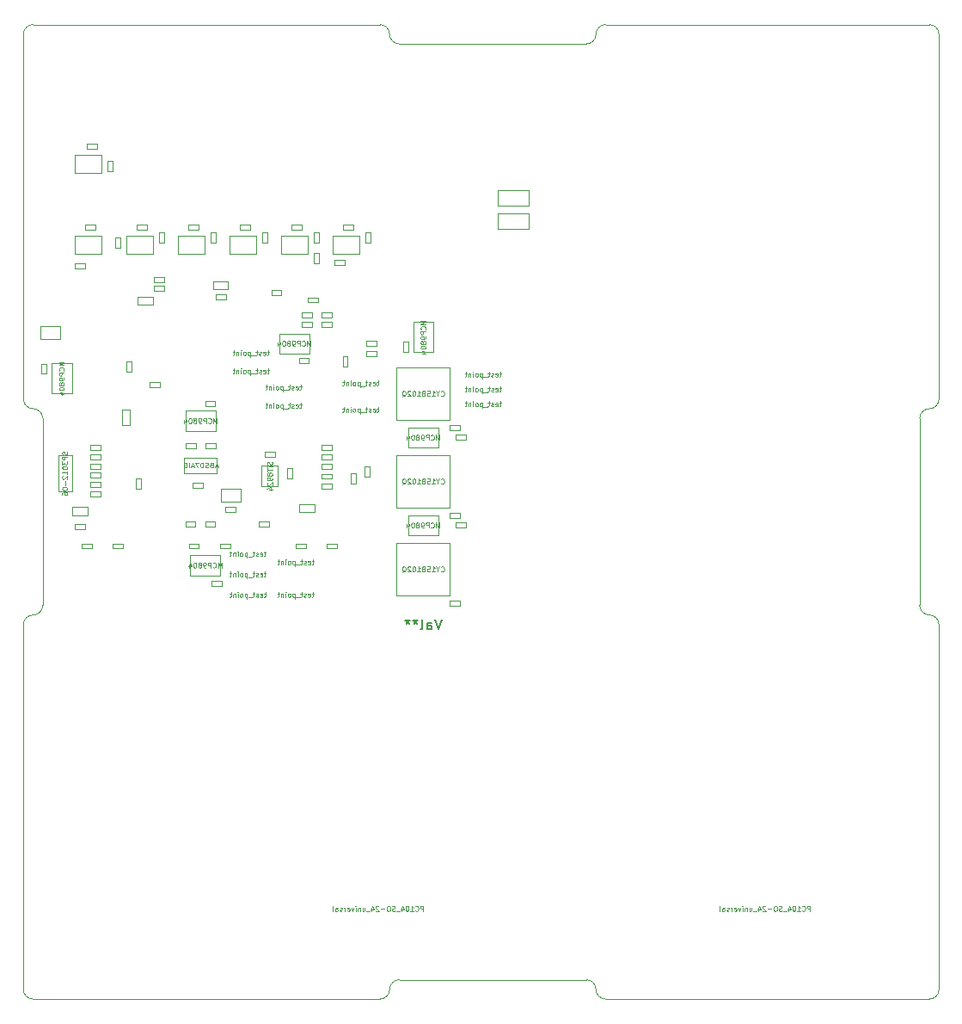
<source format=gbr>
G04 #@! TF.GenerationSoftware,KiCad,Pcbnew,5.1.9*
G04 #@! TF.CreationDate,2021-03-03T13:13:51+01:00*
G04 #@! TF.ProjectId,board_sierra,626f6172-645f-4736-9965-7272612e6b69,v1.1*
G04 #@! TF.SameCoordinates,PX1903cf0PY6c69e80*
G04 #@! TF.FileFunction,Other,Fab,Bot*
%FSLAX46Y46*%
G04 Gerber Fmt 4.6, Leading zero omitted, Abs format (unit mm)*
G04 Created by KiCad (PCBNEW 5.1.9) date 2021-03-03 13:13:51*
%MOMM*%
%LPD*%
G01*
G04 APERTURE LIST*
G04 #@! TA.AperFunction,Profile*
%ADD10C,0.100000*%
G04 #@! TD*
%ADD11C,0.100000*%
%ADD12C,0.150000*%
G04 APERTURE END LIST*
D10*
X50355500Y88900000D02*
G75*
G03*
X51308000Y89852500I0J952500D01*
G01*
X31940500Y88900000D02*
X50355500Y88900000D01*
X52260500Y90805000D02*
X84137500Y90805000D01*
X30988000Y89852500D02*
G75*
G03*
X30035500Y90805000I-952500J0D01*
G01*
X30988000Y89852500D02*
G75*
G03*
X31940500Y88900000I952500J0D01*
G01*
X-4127500Y90805000D02*
X30035500Y90805000D01*
X52260500Y90805000D02*
G75*
G03*
X51308000Y89852500I0J-952500D01*
G01*
X52260500Y-5080000D02*
X84137500Y-5080000D01*
X31940500Y-3175000D02*
X50355500Y-3175000D01*
X-4127500Y-5080000D02*
X30035500Y-5080000D01*
X52260500Y-5080000D02*
G75*
G02*
X51308000Y-4127500I0J952500D01*
G01*
X50355500Y-3175000D02*
G75*
G02*
X51308000Y-4127500I0J-952500D01*
G01*
X30988000Y-4127500D02*
G75*
G02*
X31940500Y-3175000I952500J0D01*
G01*
X30988000Y-4127500D02*
G75*
G02*
X30035500Y-5080000I-952500J0D01*
G01*
X84137500Y53009800D02*
G75*
G03*
X83185000Y52057300I0J-952500D01*
G01*
X85090000Y89852500D02*
X85090000Y53962300D01*
X83185000Y52057300D02*
X83185000Y33667700D01*
X85090000Y31762700D02*
X85090000Y-4127500D01*
X83185000Y33667700D02*
G75*
G03*
X84137500Y32715200I952500J0D01*
G01*
X85090000Y31762700D02*
G75*
G03*
X84137500Y32715200I-952500J0D01*
G01*
X84137500Y53009800D02*
G75*
G03*
X85090000Y53962300I0J952500D01*
G01*
X85090000Y-4127500D02*
G75*
G02*
X84137500Y-5080000I-952500J0D01*
G01*
X84137500Y90805000D02*
G75*
G02*
X85090000Y89852500I0J-952500D01*
G01*
X-5080000Y31762700D02*
X-5080000Y-4127500D01*
X-5080000Y89852500D02*
X-5080000Y53962300D01*
X-5080000Y89852500D02*
G75*
G02*
X-4127500Y90805000I952500J0D01*
G01*
X-3175000Y52057300D02*
X-3175000Y33667700D01*
X-4127500Y53009800D02*
G75*
G02*
X-5080000Y53962300I0J952500D01*
G01*
X-4127500Y53009800D02*
G75*
G02*
X-3175000Y52057300I0J-952500D01*
G01*
X-3175000Y33667700D02*
G75*
G02*
X-4127500Y32715200I-952500J0D01*
G01*
X-5080000Y31762700D02*
G75*
G02*
X-4127500Y32715200I952500J0D01*
G01*
X-4127500Y-5080000D02*
G75*
G02*
X-5080000Y-4127500I0J952500D01*
G01*
D11*
G04 #@! TO.C,ESD1*
X-1665000Y44910000D02*
X-1665000Y48410000D01*
X-1665000Y48410000D02*
X-315000Y48410000D01*
X-315000Y48410000D02*
X-315000Y44910000D01*
X-315000Y44910000D02*
X-1665000Y44910000D01*
G04 #@! TO.C,C21*
X15090000Y65560000D02*
X15090000Y64760000D01*
X13590000Y65560000D02*
X15090000Y65560000D01*
X13590000Y64760000D02*
X13590000Y65560000D01*
X15090000Y64760000D02*
X13590000Y64760000D01*
G04 #@! TO.C,C17*
X6190000Y63250000D02*
X6190000Y64050000D01*
X7690000Y63250000D02*
X6190000Y63250000D01*
X7690000Y64050000D02*
X7690000Y63250000D01*
X6190000Y64050000D02*
X7690000Y64050000D01*
G04 #@! TO.C,C26*
X-3430000Y61150000D02*
X-1430000Y61150000D01*
X-3430000Y59850000D02*
X-3430000Y61150000D01*
X-1430000Y61150000D02*
X-1430000Y59850000D01*
X-1430000Y59850000D02*
X-3430000Y59850000D01*
G04 #@! TO.C,C15*
X14330000Y45160000D02*
X16330000Y45160000D01*
X14330000Y43860000D02*
X14330000Y45160000D01*
X16330000Y45160000D02*
X16330000Y43860000D01*
X16330000Y43860000D02*
X14330000Y43860000D01*
G04 #@! TO.C,C2*
X22090000Y42840000D02*
X22090000Y43640000D01*
X23590000Y42840000D02*
X22090000Y42840000D01*
X23590000Y43640000D02*
X23590000Y42840000D01*
X22090000Y43640000D02*
X23590000Y43640000D01*
G04 #@! TO.C,C42*
X15272000Y39250000D02*
X15272000Y39750000D01*
X15272000Y39750000D02*
X14272000Y39750000D01*
X15272000Y39250000D02*
X14272000Y39250000D01*
X14272000Y39250000D02*
X14272000Y39750000D01*
G04 #@! TO.C,C41*
X4746000Y39250000D02*
X4746000Y39750000D01*
X4746000Y39750000D02*
X3746000Y39750000D01*
X4746000Y39250000D02*
X3746000Y39250000D01*
X3746000Y39250000D02*
X3746000Y39750000D01*
G04 #@! TO.C,R58*
X1258000Y43326000D02*
X1258000Y42526000D01*
X-242000Y43326000D02*
X1258000Y43326000D01*
X-242000Y42526000D02*
X-242000Y43326000D01*
X1258000Y42526000D02*
X-242000Y42526000D01*
G04 #@! TO.C,F1*
X44670000Y74470000D02*
X44670000Y72970000D01*
X41670000Y74470000D02*
X44670000Y74470000D01*
X44670000Y72970000D02*
X41670000Y72970000D01*
X41670000Y72970000D02*
X41670000Y74470000D01*
G04 #@! TO.C,F2*
X44670000Y72220000D02*
X44670000Y70720000D01*
X41670000Y72220000D02*
X44670000Y72220000D01*
X44670000Y70720000D02*
X41670000Y70720000D01*
X41670000Y70720000D02*
X41670000Y72220000D01*
G04 #@! TO.C,R40*
X25290000Y61550000D02*
X25290000Y61050000D01*
X24290000Y61550000D02*
X25290000Y61550000D01*
X24290000Y61050000D02*
X25290000Y61050000D01*
X24290000Y61550000D02*
X24290000Y61050000D01*
G04 #@! TO.C,R24*
X11860000Y41920000D02*
X11860000Y41420000D01*
X10860000Y41920000D02*
X11860000Y41920000D01*
X10860000Y41420000D02*
X11860000Y41420000D01*
X10860000Y41920000D02*
X10860000Y41420000D01*
G04 #@! TO.C,R29*
X21748000Y39250000D02*
X21748000Y39750000D01*
X22748000Y39250000D02*
X21748000Y39250000D01*
X22748000Y39750000D02*
X21748000Y39750000D01*
X22748000Y39250000D02*
X22748000Y39750000D01*
G04 #@! TO.C,R28*
X11202000Y39250000D02*
X11202000Y39750000D01*
X12202000Y39250000D02*
X11202000Y39250000D01*
X12202000Y39750000D02*
X11202000Y39750000D01*
X12202000Y39250000D02*
X12202000Y39750000D01*
G04 #@! TO.C,R27*
X666000Y39250000D02*
X666000Y39750000D01*
X1666000Y39250000D02*
X666000Y39250000D01*
X1666000Y39750000D02*
X666000Y39750000D01*
X1666000Y39250000D02*
X1666000Y39750000D01*
G04 #@! TO.C,M4*
X31675000Y57098000D02*
X31675000Y51868000D01*
X36905000Y57098000D02*
X31675000Y57098000D01*
X36905000Y51868000D02*
X36905000Y57098000D01*
X31675000Y51868000D02*
X36905000Y51868000D01*
G04 #@! TO.C,M6*
X31675000Y39826000D02*
X31675000Y34596000D01*
X36905000Y39826000D02*
X31675000Y39826000D01*
X36905000Y34596000D02*
X36905000Y39826000D01*
X31675000Y34596000D02*
X36905000Y34596000D01*
G04 #@! TO.C,M5*
X31675000Y48462000D02*
X31675000Y43232000D01*
X36905000Y48462000D02*
X31675000Y48462000D01*
X36905000Y43232000D02*
X36905000Y48462000D01*
X31675000Y43232000D02*
X36905000Y43232000D01*
G04 #@! TO.C,TS7*
X-310000Y54500000D02*
X-310000Y57500000D01*
X-310000Y57500000D02*
X-2310000Y57500000D01*
X-2310000Y57500000D02*
X-2310000Y54500000D01*
X-2310000Y54500000D02*
X-310000Y54500000D01*
G04 #@! TO.C,TS6*
X32790000Y49165000D02*
X35790000Y49165000D01*
X35790000Y49165000D02*
X35790000Y51165000D01*
X35790000Y51165000D02*
X32790000Y51165000D01*
X32790000Y51165000D02*
X32790000Y49165000D01*
G04 #@! TO.C,TS5*
X33310000Y61560000D02*
X33310000Y58560000D01*
X33310000Y58560000D02*
X35310000Y58560000D01*
X35310000Y58560000D02*
X35310000Y61560000D01*
X35310000Y61560000D02*
X33310000Y61560000D01*
G04 #@! TO.C,TS4*
X20090000Y58410000D02*
X23090000Y58410000D01*
X23090000Y58410000D02*
X23090000Y60410000D01*
X23090000Y60410000D02*
X20090000Y60410000D01*
X20090000Y60410000D02*
X20090000Y58410000D01*
G04 #@! TO.C,TS3*
X32790000Y40529000D02*
X35790000Y40529000D01*
X35790000Y40529000D02*
X35790000Y42529000D01*
X35790000Y42529000D02*
X32790000Y42529000D01*
X32790000Y42529000D02*
X32790000Y40529000D01*
G04 #@! TO.C,TS2*
X10860000Y50810000D02*
X13860000Y50810000D01*
X13860000Y50810000D02*
X13860000Y52810000D01*
X13860000Y52810000D02*
X10860000Y52810000D01*
X10860000Y52810000D02*
X10860000Y50810000D01*
G04 #@! TO.C,TS1*
X11327000Y36592000D02*
X14327000Y36592000D01*
X14327000Y36592000D02*
X14327000Y38592000D01*
X14327000Y38592000D02*
X11327000Y38592000D01*
X11327000Y38592000D02*
X11327000Y36592000D01*
G04 #@! TO.C,C19*
X4620000Y52910000D02*
X5420000Y52910000D01*
X4620000Y51410000D02*
X4620000Y52910000D01*
X5420000Y51410000D02*
X4620000Y51410000D01*
X5420000Y52910000D02*
X5420000Y51410000D01*
G04 #@! TO.C,R9*
X29720000Y59660000D02*
X29720000Y59160000D01*
X28720000Y59660000D02*
X29720000Y59660000D01*
X28720000Y59160000D02*
X29720000Y59160000D01*
X28720000Y59660000D02*
X28720000Y59160000D01*
G04 #@! TO.C,R8*
X29720000Y58670000D02*
X29720000Y58170000D01*
X28720000Y58670000D02*
X29720000Y58670000D01*
X28720000Y58170000D02*
X29720000Y58170000D01*
X28720000Y58670000D02*
X28720000Y58170000D01*
G04 #@! TO.C,C13*
X14830000Y43360000D02*
X14830000Y42860000D01*
X14830000Y42860000D02*
X15830000Y42860000D01*
X14830000Y43360000D02*
X15830000Y43360000D01*
X15830000Y43360000D02*
X15830000Y42860000D01*
G04 #@! TO.C,R42*
X2490000Y48520000D02*
X2490000Y48020000D01*
X1490000Y48520000D02*
X2490000Y48520000D01*
X1490000Y48020000D02*
X2490000Y48020000D01*
X1490000Y48520000D02*
X1490000Y48020000D01*
G04 #@! TO.C,C20*
X14840000Y63730000D02*
X14840000Y64230000D01*
X14840000Y64230000D02*
X13840000Y64230000D01*
X14840000Y63730000D02*
X13840000Y63730000D01*
X13840000Y63730000D02*
X13840000Y64230000D01*
G04 #@! TO.C,R13*
X23950000Y63970000D02*
X23950000Y63470000D01*
X22950000Y63970000D02*
X23950000Y63970000D01*
X22950000Y63470000D02*
X23950000Y63470000D01*
X22950000Y63970000D02*
X22950000Y63470000D01*
G04 #@! TO.C,R12*
X28530000Y47330000D02*
X29030000Y47330000D01*
X28530000Y46330000D02*
X28530000Y47330000D01*
X29030000Y46330000D02*
X29030000Y47330000D01*
X28530000Y46330000D02*
X29030000Y46330000D01*
G04 #@! TO.C,R7*
X19090000Y41920000D02*
X19090000Y41420000D01*
X18090000Y41920000D02*
X19090000Y41920000D01*
X18090000Y41420000D02*
X19090000Y41420000D01*
X18090000Y41920000D02*
X18090000Y41420000D01*
G04 #@! TO.C,R6*
X8380000Y55660000D02*
X8380000Y55160000D01*
X7380000Y55660000D02*
X8380000Y55660000D01*
X7380000Y55160000D02*
X8380000Y55160000D01*
X7380000Y55660000D02*
X7380000Y55160000D01*
G04 #@! TO.C,R5*
X6480000Y45160000D02*
X5980000Y45160000D01*
X6480000Y46160000D02*
X6480000Y45160000D01*
X5980000Y46160000D02*
X5980000Y45160000D01*
X6480000Y46160000D02*
X5980000Y46160000D01*
G04 #@! TO.C,C16*
X7800000Y65980000D02*
X7800000Y65480000D01*
X7800000Y65480000D02*
X8800000Y65480000D01*
X7800000Y65980000D02*
X8800000Y65980000D01*
X8800000Y65980000D02*
X8800000Y65480000D01*
G04 #@! TO.C,C7*
X7800000Y65080000D02*
X7800000Y64580000D01*
X7800000Y64580000D02*
X8800000Y64580000D01*
X7800000Y65080000D02*
X8800000Y65080000D01*
X8800000Y65080000D02*
X8800000Y64580000D01*
G04 #@! TO.C,C6*
X5540000Y57660000D02*
X5040000Y57660000D01*
X5040000Y57660000D02*
X5040000Y56660000D01*
X5540000Y57660000D02*
X5540000Y56660000D01*
X5540000Y56660000D02*
X5040000Y56660000D01*
G04 #@! TO.C,R20*
X23490000Y68318000D02*
X23990000Y68318000D01*
X23490000Y67318000D02*
X23490000Y68318000D01*
X23990000Y67318000D02*
X23990000Y68318000D01*
X23490000Y67318000D02*
X23990000Y67318000D01*
G04 #@! TO.C,R18*
X26570000Y67650000D02*
X26570000Y67150000D01*
X25570000Y67650000D02*
X26570000Y67650000D01*
X25570000Y67150000D02*
X26570000Y67150000D01*
X25570000Y67650000D02*
X25570000Y67150000D01*
G04 #@! TO.C,R2*
X3950000Y69850000D02*
X4450000Y69850000D01*
X3950000Y68850000D02*
X3950000Y69850000D01*
X4450000Y68850000D02*
X4450000Y69850000D01*
X3950000Y68850000D02*
X4450000Y68850000D01*
G04 #@! TO.C,R11*
X3670000Y76390000D02*
X3170000Y76390000D01*
X3670000Y77390000D02*
X3670000Y76390000D01*
X3170000Y77390000D02*
X3170000Y76390000D01*
X3670000Y77390000D02*
X3170000Y77390000D01*
G04 #@! TO.C,R26*
X13330000Y70350000D02*
X13830000Y70350000D01*
X13330000Y69350000D02*
X13330000Y70350000D01*
X13830000Y69350000D02*
X13830000Y70350000D01*
X13330000Y69350000D02*
X13830000Y69350000D01*
G04 #@! TO.C,C35*
X12130000Y70650000D02*
X12130000Y71150000D01*
X12130000Y71150000D02*
X11130000Y71150000D01*
X12130000Y70650000D02*
X11130000Y70650000D01*
X11130000Y70650000D02*
X11130000Y71150000D01*
G04 #@! TO.C,AS11*
X12730000Y68250000D02*
X12730000Y70050000D01*
X12730000Y70050000D02*
X10130000Y70050000D01*
X10130000Y70050000D02*
X10130000Y68250000D01*
X10130000Y68250000D02*
X12730000Y68250000D01*
G04 #@! TO.C,C55*
X19690000Y48290000D02*
X19690000Y48790000D01*
X19690000Y48790000D02*
X18690000Y48790000D01*
X19690000Y48290000D02*
X18690000Y48290000D01*
X18690000Y48290000D02*
X18690000Y48790000D01*
G04 #@! TO.C,C50*
X12836000Y49638000D02*
X12836000Y49138000D01*
X12836000Y49138000D02*
X13836000Y49138000D01*
X12836000Y49638000D02*
X13836000Y49638000D01*
X13836000Y49638000D02*
X13836000Y49138000D01*
G04 #@! TO.C,R39*
X25290000Y62510000D02*
X25290000Y62010000D01*
X24290000Y62510000D02*
X25290000Y62510000D01*
X24290000Y62010000D02*
X25290000Y62010000D01*
X24290000Y62510000D02*
X24290000Y62010000D01*
G04 #@! TO.C,R38*
X22340000Y62010000D02*
X22340000Y62510000D01*
X23340000Y62010000D02*
X22340000Y62010000D01*
X23340000Y62510000D02*
X22340000Y62510000D01*
X23340000Y62010000D02*
X23340000Y62510000D01*
G04 #@! TO.C,R37*
X22340000Y61050000D02*
X22340000Y61550000D01*
X23340000Y61050000D02*
X22340000Y61050000D01*
X23340000Y61550000D02*
X22340000Y61550000D01*
X23340000Y61050000D02*
X23340000Y61550000D01*
G04 #@! TO.C,R46*
X2490000Y44910000D02*
X2490000Y44410000D01*
X1490000Y44910000D02*
X2490000Y44910000D01*
X1490000Y44410000D02*
X2490000Y44410000D01*
X1490000Y44910000D02*
X1490000Y44410000D01*
G04 #@! TO.C,R45*
X2490000Y45820000D02*
X2490000Y45320000D01*
X1490000Y45820000D02*
X2490000Y45820000D01*
X1490000Y45320000D02*
X2490000Y45320000D01*
X1490000Y45820000D02*
X1490000Y45320000D01*
G04 #@! TO.C,R44*
X2490000Y46720000D02*
X2490000Y46220000D01*
X1490000Y46720000D02*
X2490000Y46720000D01*
X1490000Y46220000D02*
X2490000Y46220000D01*
X1490000Y46720000D02*
X1490000Y46220000D01*
G04 #@! TO.C,R43*
X2490000Y47620000D02*
X2490000Y47120000D01*
X1490000Y47620000D02*
X2490000Y47620000D01*
X1490000Y47120000D02*
X2490000Y47120000D01*
X1490000Y47620000D02*
X1490000Y47120000D01*
G04 #@! TO.C,R41*
X2490000Y49420000D02*
X2490000Y48920000D01*
X1490000Y49420000D02*
X2490000Y49420000D01*
X1490000Y48920000D02*
X2490000Y48920000D01*
X1490000Y49420000D02*
X1490000Y48920000D01*
G04 #@! TO.C,FB2*
X8000Y41152000D02*
X8000Y41652000D01*
X1008000Y41152000D02*
X8000Y41152000D01*
X1008000Y41652000D02*
X8000Y41652000D01*
X1008000Y41152000D02*
X1008000Y41652000D01*
G04 #@! TO.C,R36*
X25300000Y47560000D02*
X25300000Y47060000D01*
X24300000Y47560000D02*
X25300000Y47560000D01*
X24300000Y47060000D02*
X25300000Y47060000D01*
X24300000Y47560000D02*
X24300000Y47060000D01*
G04 #@! TO.C,R35*
X25300000Y48500000D02*
X25300000Y48000000D01*
X24300000Y48500000D02*
X25300000Y48500000D01*
X24300000Y48000000D02*
X25300000Y48000000D01*
X24300000Y48500000D02*
X24300000Y48000000D01*
G04 #@! TO.C,Y2*
X18390000Y47390000D02*
X18390000Y45390000D01*
X18390000Y45390000D02*
X19990000Y45390000D01*
X19990000Y47390000D02*
X19990000Y45390000D01*
X19990000Y47390000D02*
X18390000Y47390000D01*
G04 #@! TO.C,Y1*
X10766000Y46698000D02*
X10766000Y48198000D01*
X13966000Y46698000D02*
X13966000Y48198000D01*
X13966000Y48198000D02*
X10766000Y48198000D01*
X10766000Y46698000D02*
X13966000Y46698000D01*
G04 #@! TO.C,R4*
X8250000Y70350000D02*
X8750000Y70350000D01*
X8250000Y69350000D02*
X8250000Y70350000D01*
X8750000Y69350000D02*
X8750000Y70350000D01*
X8250000Y69350000D02*
X8750000Y69350000D01*
G04 #@! TO.C,R23*
X12810000Y41420000D02*
X12810000Y41920000D01*
X13810000Y41420000D02*
X12810000Y41420000D01*
X13810000Y41920000D02*
X12810000Y41920000D01*
X13810000Y41420000D02*
X13810000Y41920000D01*
G04 #@! TO.C,R49*
X18410000Y70350000D02*
X18910000Y70350000D01*
X18410000Y69350000D02*
X18410000Y70350000D01*
X18910000Y69350000D02*
X18910000Y70350000D01*
X18410000Y69350000D02*
X18910000Y69350000D01*
G04 #@! TO.C,R34*
X23490000Y70350000D02*
X23990000Y70350000D01*
X23490000Y69350000D02*
X23490000Y70350000D01*
X23990000Y69350000D02*
X23990000Y70350000D01*
X23490000Y69350000D02*
X23990000Y69350000D01*
G04 #@! TO.C,R32*
X25300000Y45660000D02*
X25300000Y45160000D01*
X24300000Y45660000D02*
X25300000Y45660000D01*
X24300000Y45160000D02*
X25300000Y45160000D01*
X24300000Y45660000D02*
X24300000Y45160000D01*
G04 #@! TO.C,R31*
X25300000Y46610000D02*
X25300000Y46110000D01*
X24300000Y46610000D02*
X25300000Y46610000D01*
X24300000Y46110000D02*
X25300000Y46110000D01*
X24300000Y46610000D02*
X24300000Y46110000D01*
G04 #@! TO.C,R30*
X25300000Y49450000D02*
X25300000Y48950000D01*
X24300000Y49450000D02*
X25300000Y49450000D01*
X24300000Y48950000D02*
X25300000Y48950000D01*
X24300000Y49450000D02*
X24300000Y48950000D01*
G04 #@! TO.C,R57*
X20890000Y47140000D02*
X21390000Y47140000D01*
X20890000Y46140000D02*
X20890000Y47140000D01*
X21390000Y46140000D02*
X21390000Y47140000D01*
X20890000Y46140000D02*
X21390000Y46140000D01*
G04 #@! TO.C,R47*
X11586000Y45258000D02*
X11586000Y45758000D01*
X12586000Y45258000D02*
X11586000Y45258000D01*
X12586000Y45758000D02*
X11586000Y45758000D01*
X12586000Y45258000D02*
X12586000Y45758000D01*
G04 #@! TO.C,R21*
X28570000Y70350000D02*
X29070000Y70350000D01*
X28570000Y69350000D02*
X28570000Y70350000D01*
X29070000Y69350000D02*
X29070000Y70350000D01*
X28570000Y69350000D02*
X29070000Y69350000D01*
G04 #@! TO.C,R10*
X1020000Y67330000D02*
X1020000Y66830000D01*
X20000Y67330000D02*
X1020000Y67330000D01*
X20000Y66830000D02*
X1020000Y66830000D01*
X20000Y67330000D02*
X20000Y66830000D01*
G04 #@! TO.C,C4*
X7050000Y70650000D02*
X7050000Y71150000D01*
X7050000Y71150000D02*
X6050000Y71150000D01*
X7050000Y70650000D02*
X6050000Y70650000D01*
X6050000Y70650000D02*
X6050000Y71150000D01*
G04 #@! TO.C,C46*
X-2810000Y57450000D02*
X-3310000Y57450000D01*
X-3310000Y57450000D02*
X-3310000Y56450000D01*
X-2810000Y57450000D02*
X-2810000Y56450000D01*
X-2810000Y56450000D02*
X-3310000Y56450000D01*
G04 #@! TO.C,C45*
X37490000Y50460000D02*
X37490000Y49960000D01*
X37490000Y49960000D02*
X38490000Y49960000D01*
X37490000Y50460000D02*
X38490000Y50460000D01*
X38490000Y50460000D02*
X38490000Y49960000D01*
G04 #@! TO.C,C38*
X32310000Y58610000D02*
X32810000Y58610000D01*
X32810000Y58610000D02*
X32810000Y59610000D01*
X32310000Y58610000D02*
X32310000Y59610000D01*
X32310000Y59610000D02*
X32810000Y59610000D01*
G04 #@! TO.C,C37*
X22040000Y57960000D02*
X22040000Y57460000D01*
X22040000Y57460000D02*
X23040000Y57460000D01*
X22040000Y57960000D02*
X23040000Y57960000D01*
X23040000Y57960000D02*
X23040000Y57460000D01*
G04 #@! TO.C,C36*
X37490000Y41820000D02*
X37490000Y41320000D01*
X37490000Y41320000D02*
X38490000Y41320000D01*
X37490000Y41820000D02*
X38490000Y41820000D01*
X38490000Y41820000D02*
X38490000Y41320000D01*
G04 #@! TO.C,C33*
X13810000Y53260000D02*
X13810000Y53760000D01*
X13810000Y53760000D02*
X12810000Y53760000D01*
X13810000Y53260000D02*
X12810000Y53260000D01*
X12810000Y53260000D02*
X12810000Y53760000D01*
G04 #@! TO.C,C32*
X14452000Y35600000D02*
X14452000Y36100000D01*
X14452000Y36100000D02*
X13452000Y36100000D01*
X14452000Y35600000D02*
X13452000Y35600000D01*
X13452000Y35600000D02*
X13452000Y36100000D01*
G04 #@! TO.C,C54*
X17210000Y70650000D02*
X17210000Y71150000D01*
X17210000Y71150000D02*
X16210000Y71150000D01*
X17210000Y70650000D02*
X16210000Y70650000D01*
X16210000Y70650000D02*
X16210000Y71150000D01*
G04 #@! TO.C,C43*
X25828000Y39250000D02*
X25828000Y39750000D01*
X25828000Y39750000D02*
X24828000Y39750000D01*
X25828000Y39250000D02*
X24828000Y39250000D01*
X24828000Y39250000D02*
X24828000Y39750000D01*
G04 #@! TO.C,C48*
X22290000Y70650000D02*
X22290000Y71150000D01*
X22290000Y71150000D02*
X21290000Y71150000D01*
X22290000Y70650000D02*
X21290000Y70650000D01*
X21290000Y70650000D02*
X21290000Y71150000D01*
G04 #@! TO.C,C40*
X37900000Y33590000D02*
X37900000Y34090000D01*
X37900000Y34090000D02*
X36900000Y34090000D01*
X37900000Y33590000D02*
X36900000Y33590000D01*
X36900000Y33590000D02*
X36900000Y34090000D01*
G04 #@! TO.C,C39*
X37900000Y42220000D02*
X37900000Y42720000D01*
X37900000Y42720000D02*
X36900000Y42720000D01*
X37900000Y42220000D02*
X36900000Y42220000D01*
X36900000Y42220000D02*
X36900000Y42720000D01*
G04 #@! TO.C,C44*
X37890000Y50860000D02*
X37890000Y51360000D01*
X37890000Y51360000D02*
X36890000Y51360000D01*
X37890000Y50860000D02*
X36890000Y50860000D01*
X36890000Y50860000D02*
X36890000Y51360000D01*
G04 #@! TO.C,C49*
X10886000Y49638000D02*
X10886000Y49138000D01*
X10886000Y49138000D02*
X11886000Y49138000D01*
X10886000Y49638000D02*
X11886000Y49638000D01*
X11886000Y49638000D02*
X11886000Y49138000D01*
G04 #@! TO.C,C31*
X27370000Y70650000D02*
X27370000Y71150000D01*
X27370000Y71150000D02*
X26370000Y71150000D01*
X27370000Y70650000D02*
X26370000Y70650000D01*
X26370000Y70650000D02*
X26370000Y71150000D01*
G04 #@! TO.C,C12*
X27130000Y45660000D02*
X27630000Y45660000D01*
X27630000Y45660000D02*
X27630000Y46660000D01*
X27130000Y45660000D02*
X27130000Y46660000D01*
X27130000Y46660000D02*
X27630000Y46660000D01*
G04 #@! TO.C,C10*
X26360000Y57160000D02*
X26860000Y57160000D01*
X26860000Y57160000D02*
X26860000Y58160000D01*
X26360000Y57160000D02*
X26360000Y58160000D01*
X26360000Y58160000D02*
X26860000Y58160000D01*
G04 #@! TO.C,C8*
X20340000Y64190000D02*
X20340000Y64690000D01*
X20340000Y64690000D02*
X19340000Y64690000D01*
X20340000Y64190000D02*
X19340000Y64190000D01*
X19340000Y64190000D02*
X19340000Y64690000D01*
G04 #@! TO.C,C23*
X2170000Y78590000D02*
X2170000Y79090000D01*
X2170000Y79090000D02*
X1170000Y79090000D01*
X2170000Y78590000D02*
X1170000Y78590000D01*
X1170000Y78590000D02*
X1170000Y79090000D01*
G04 #@! TO.C,C22*
X1970000Y70650000D02*
X1970000Y71150000D01*
X1970000Y71150000D02*
X970000Y71150000D01*
X1970000Y70650000D02*
X970000Y70650000D01*
X970000Y70650000D02*
X970000Y71150000D01*
G04 #@! TO.C,AS2*
X7650000Y68250000D02*
X7650000Y70050000D01*
X7650000Y70050000D02*
X5050000Y70050000D01*
X5050000Y70050000D02*
X5050000Y68250000D01*
X5050000Y68250000D02*
X7650000Y68250000D01*
G04 #@! TO.C,AS15*
X17810000Y68250000D02*
X17810000Y70050000D01*
X17810000Y70050000D02*
X15210000Y70050000D01*
X15210000Y70050000D02*
X15210000Y68250000D01*
X15210000Y68250000D02*
X17810000Y68250000D01*
G04 #@! TO.C,AS13*
X22890000Y68250000D02*
X22890000Y70050000D01*
X22890000Y70050000D02*
X20290000Y70050000D01*
X20290000Y70050000D02*
X20290000Y68250000D01*
X20290000Y68250000D02*
X22890000Y68250000D01*
G04 #@! TO.C,AS9*
X27970000Y68250000D02*
X27970000Y70050000D01*
X27970000Y70050000D02*
X25370000Y70050000D01*
X25370000Y70050000D02*
X25370000Y68250000D01*
X25370000Y68250000D02*
X27970000Y68250000D01*
G04 #@! TO.C,AS4*
X2570000Y76190000D02*
X2570000Y77990000D01*
X2570000Y77990000D02*
X-30000Y77990000D01*
X-30000Y77990000D02*
X-30000Y76190000D01*
X-30000Y76190000D02*
X2570000Y76190000D01*
G04 #@! TO.C,AS3*
X2570000Y68250000D02*
X2570000Y70050000D01*
X2570000Y70050000D02*
X-30000Y70050000D01*
X-30000Y70050000D02*
X-30000Y68250000D01*
X-30000Y68250000D02*
X2570000Y68250000D01*
G04 #@! TD*
G04 #@! TO.C,ESD1*
X-787620Y48790953D02*
X-763810Y48719524D01*
X-763810Y48600477D01*
X-787620Y48552858D01*
X-811429Y48529048D01*
X-859048Y48505239D01*
X-906667Y48505239D01*
X-954286Y48529048D01*
X-978096Y48552858D01*
X-1001905Y48600477D01*
X-1025715Y48695715D01*
X-1049524Y48743334D01*
X-1073334Y48767143D01*
X-1120953Y48790953D01*
X-1168572Y48790953D01*
X-1216191Y48767143D01*
X-1240000Y48743334D01*
X-1263810Y48695715D01*
X-1263810Y48576667D01*
X-1240000Y48505239D01*
X-763810Y48290953D02*
X-1263810Y48290953D01*
X-1263810Y48100477D01*
X-1240000Y48052858D01*
X-1216191Y48029048D01*
X-1168572Y48005239D01*
X-1097143Y48005239D01*
X-1049524Y48029048D01*
X-1025715Y48052858D01*
X-1001905Y48100477D01*
X-1001905Y48290953D01*
X-1263810Y47838572D02*
X-1263810Y47529048D01*
X-1073334Y47695715D01*
X-1073334Y47624286D01*
X-1049524Y47576667D01*
X-1025715Y47552858D01*
X-978096Y47529048D01*
X-859048Y47529048D01*
X-811429Y47552858D01*
X-787620Y47576667D01*
X-763810Y47624286D01*
X-763810Y47767143D01*
X-787620Y47814762D01*
X-811429Y47838572D01*
X-1263810Y47219524D02*
X-1263810Y47171905D01*
X-1240000Y47124286D01*
X-1216191Y47100477D01*
X-1168572Y47076667D01*
X-1073334Y47052858D01*
X-954286Y47052858D01*
X-859048Y47076667D01*
X-811429Y47100477D01*
X-787620Y47124286D01*
X-763810Y47171905D01*
X-763810Y47219524D01*
X-787620Y47267143D01*
X-811429Y47290953D01*
X-859048Y47314762D01*
X-954286Y47338572D01*
X-1073334Y47338572D01*
X-1168572Y47314762D01*
X-1216191Y47290953D01*
X-1240000Y47267143D01*
X-1263810Y47219524D01*
X-763810Y46576667D02*
X-763810Y46862381D01*
X-763810Y46719524D02*
X-1263810Y46719524D01*
X-1192381Y46767143D01*
X-1144762Y46814762D01*
X-1120953Y46862381D01*
X-1216191Y46386191D02*
X-1240000Y46362381D01*
X-1263810Y46314762D01*
X-1263810Y46195715D01*
X-1240000Y46148096D01*
X-1216191Y46124286D01*
X-1168572Y46100477D01*
X-1120953Y46100477D01*
X-1049524Y46124286D01*
X-763810Y46410000D01*
X-763810Y46100477D01*
X-954286Y45886191D02*
X-954286Y45505239D01*
X-1263810Y45171905D02*
X-1263810Y45124286D01*
X-1240000Y45076667D01*
X-1216191Y45052858D01*
X-1168572Y45029048D01*
X-1073334Y45005239D01*
X-954286Y45005239D01*
X-859048Y45029048D01*
X-811429Y45052858D01*
X-787620Y45076667D01*
X-763810Y45124286D01*
X-763810Y45171905D01*
X-787620Y45219524D01*
X-811429Y45243334D01*
X-859048Y45267143D01*
X-954286Y45290953D01*
X-1073334Y45290953D01*
X-1168572Y45267143D01*
X-1216191Y45243334D01*
X-1240000Y45219524D01*
X-1263810Y45171905D01*
X-1263810Y44576667D02*
X-1263810Y44671905D01*
X-1240000Y44719524D01*
X-1216191Y44743334D01*
X-1144762Y44790953D01*
X-1049524Y44814762D01*
X-859048Y44814762D01*
X-811429Y44790953D01*
X-787620Y44767143D01*
X-763810Y44719524D01*
X-763810Y44624286D01*
X-787620Y44576667D01*
X-811429Y44552858D01*
X-859048Y44529048D01*
X-978096Y44529048D01*
X-1025715Y44552858D01*
X-1049524Y44576667D01*
X-1073334Y44624286D01*
X-1073334Y44719524D01*
X-1049524Y44767143D01*
X-1025715Y44790953D01*
X-978096Y44814762D01*
G04 #@! TO.C,UA5*
D12*
X36099523Y32297620D02*
X35766190Y31297620D01*
X35432857Y32297620D01*
X34670952Y31297620D02*
X34670952Y31821429D01*
X34718571Y31916667D01*
X34813809Y31964286D01*
X35004285Y31964286D01*
X35099523Y31916667D01*
X34670952Y31345239D02*
X34766190Y31297620D01*
X35004285Y31297620D01*
X35099523Y31345239D01*
X35147142Y31440477D01*
X35147142Y31535715D01*
X35099523Y31630953D01*
X35004285Y31678572D01*
X34766190Y31678572D01*
X34670952Y31726191D01*
X34051904Y31297620D02*
X34147142Y31345239D01*
X34194761Y31440477D01*
X34194761Y32297620D01*
X33528095Y32297620D02*
X33528095Y32059524D01*
X33766190Y32154762D02*
X33528095Y32059524D01*
X33290000Y32154762D01*
X33670952Y31869048D02*
X33528095Y32059524D01*
X33385238Y31869048D01*
X32766190Y32297620D02*
X32766190Y32059524D01*
X33004285Y32154762D02*
X32766190Y32059524D01*
X32528095Y32154762D01*
X32909047Y31869048D02*
X32766190Y32059524D01*
X32623333Y31869048D01*
G04 #@! TO.C,UA4*
D11*
X72397380Y3583810D02*
X72397380Y4083810D01*
X72206904Y4083810D01*
X72159285Y4060000D01*
X72135476Y4036191D01*
X72111666Y3988572D01*
X72111666Y3917143D01*
X72135476Y3869524D01*
X72159285Y3845715D01*
X72206904Y3821905D01*
X72397380Y3821905D01*
X71611666Y3631429D02*
X71635476Y3607620D01*
X71706904Y3583810D01*
X71754523Y3583810D01*
X71825952Y3607620D01*
X71873571Y3655239D01*
X71897380Y3702858D01*
X71921190Y3798096D01*
X71921190Y3869524D01*
X71897380Y3964762D01*
X71873571Y4012381D01*
X71825952Y4060000D01*
X71754523Y4083810D01*
X71706904Y4083810D01*
X71635476Y4060000D01*
X71611666Y4036191D01*
X71135476Y3583810D02*
X71421190Y3583810D01*
X71278333Y3583810D02*
X71278333Y4083810D01*
X71325952Y4012381D01*
X71373571Y3964762D01*
X71421190Y3940953D01*
X70825952Y4083810D02*
X70778333Y4083810D01*
X70730714Y4060000D01*
X70706904Y4036191D01*
X70683095Y3988572D01*
X70659285Y3893334D01*
X70659285Y3774286D01*
X70683095Y3679048D01*
X70706904Y3631429D01*
X70730714Y3607620D01*
X70778333Y3583810D01*
X70825952Y3583810D01*
X70873571Y3607620D01*
X70897380Y3631429D01*
X70921190Y3679048D01*
X70945000Y3774286D01*
X70945000Y3893334D01*
X70921190Y3988572D01*
X70897380Y4036191D01*
X70873571Y4060000D01*
X70825952Y4083810D01*
X70230714Y3917143D02*
X70230714Y3583810D01*
X70349761Y4107620D02*
X70468809Y3750477D01*
X70159285Y3750477D01*
X70087857Y3536191D02*
X69706904Y3536191D01*
X69611666Y3607620D02*
X69540238Y3583810D01*
X69421190Y3583810D01*
X69373571Y3607620D01*
X69349761Y3631429D01*
X69325952Y3679048D01*
X69325952Y3726667D01*
X69349761Y3774286D01*
X69373571Y3798096D01*
X69421190Y3821905D01*
X69516428Y3845715D01*
X69564047Y3869524D01*
X69587857Y3893334D01*
X69611666Y3940953D01*
X69611666Y3988572D01*
X69587857Y4036191D01*
X69564047Y4060000D01*
X69516428Y4083810D01*
X69397380Y4083810D01*
X69325952Y4060000D01*
X69016428Y4083810D02*
X68921190Y4083810D01*
X68873571Y4060000D01*
X68825952Y4012381D01*
X68802142Y3917143D01*
X68802142Y3750477D01*
X68825952Y3655239D01*
X68873571Y3607620D01*
X68921190Y3583810D01*
X69016428Y3583810D01*
X69064047Y3607620D01*
X69111666Y3655239D01*
X69135476Y3750477D01*
X69135476Y3917143D01*
X69111666Y4012381D01*
X69064047Y4060000D01*
X69016428Y4083810D01*
X68587857Y3774286D02*
X68206904Y3774286D01*
X67992619Y4036191D02*
X67968809Y4060000D01*
X67921190Y4083810D01*
X67802142Y4083810D01*
X67754523Y4060000D01*
X67730714Y4036191D01*
X67706904Y3988572D01*
X67706904Y3940953D01*
X67730714Y3869524D01*
X68016428Y3583810D01*
X67706904Y3583810D01*
X67278333Y3917143D02*
X67278333Y3583810D01*
X67397380Y4107620D02*
X67516428Y3750477D01*
X67206904Y3750477D01*
X67135476Y3536191D02*
X66754523Y3536191D01*
X66421190Y3917143D02*
X66421190Y3583810D01*
X66635476Y3917143D02*
X66635476Y3655239D01*
X66611666Y3607620D01*
X66564047Y3583810D01*
X66492619Y3583810D01*
X66445000Y3607620D01*
X66421190Y3631429D01*
X66183095Y3917143D02*
X66183095Y3583810D01*
X66183095Y3869524D02*
X66159285Y3893334D01*
X66111666Y3917143D01*
X66040238Y3917143D01*
X65992619Y3893334D01*
X65968809Y3845715D01*
X65968809Y3583810D01*
X65730714Y3583810D02*
X65730714Y3917143D01*
X65730714Y4083810D02*
X65754523Y4060000D01*
X65730714Y4036191D01*
X65706904Y4060000D01*
X65730714Y4083810D01*
X65730714Y4036191D01*
X65540238Y3917143D02*
X65421190Y3583810D01*
X65302142Y3917143D01*
X64921190Y3607620D02*
X64968809Y3583810D01*
X65064047Y3583810D01*
X65111666Y3607620D01*
X65135476Y3655239D01*
X65135476Y3845715D01*
X65111666Y3893334D01*
X65064047Y3917143D01*
X64968809Y3917143D01*
X64921190Y3893334D01*
X64897380Y3845715D01*
X64897380Y3798096D01*
X65135476Y3750477D01*
X64683095Y3583810D02*
X64683095Y3917143D01*
X64683095Y3821905D02*
X64659285Y3869524D01*
X64635476Y3893334D01*
X64587857Y3917143D01*
X64540238Y3917143D01*
X64397380Y3607620D02*
X64349761Y3583810D01*
X64254523Y3583810D01*
X64206904Y3607620D01*
X64183095Y3655239D01*
X64183095Y3679048D01*
X64206904Y3726667D01*
X64254523Y3750477D01*
X64325952Y3750477D01*
X64373571Y3774286D01*
X64397380Y3821905D01*
X64397380Y3845715D01*
X64373571Y3893334D01*
X64325952Y3917143D01*
X64254523Y3917143D01*
X64206904Y3893334D01*
X63754523Y3583810D02*
X63754523Y3845715D01*
X63778333Y3893334D01*
X63825952Y3917143D01*
X63921190Y3917143D01*
X63968809Y3893334D01*
X63754523Y3607620D02*
X63802142Y3583810D01*
X63921190Y3583810D01*
X63968809Y3607620D01*
X63992619Y3655239D01*
X63992619Y3702858D01*
X63968809Y3750477D01*
X63921190Y3774286D01*
X63802142Y3774286D01*
X63754523Y3798096D01*
X63445000Y3583810D02*
X63492619Y3607620D01*
X63516428Y3655239D01*
X63516428Y4083810D01*
G04 #@! TO.C,UA2*
X34297380Y3583810D02*
X34297380Y4083810D01*
X34106904Y4083810D01*
X34059285Y4060000D01*
X34035476Y4036191D01*
X34011666Y3988572D01*
X34011666Y3917143D01*
X34035476Y3869524D01*
X34059285Y3845715D01*
X34106904Y3821905D01*
X34297380Y3821905D01*
X33511666Y3631429D02*
X33535476Y3607620D01*
X33606904Y3583810D01*
X33654523Y3583810D01*
X33725952Y3607620D01*
X33773571Y3655239D01*
X33797380Y3702858D01*
X33821190Y3798096D01*
X33821190Y3869524D01*
X33797380Y3964762D01*
X33773571Y4012381D01*
X33725952Y4060000D01*
X33654523Y4083810D01*
X33606904Y4083810D01*
X33535476Y4060000D01*
X33511666Y4036191D01*
X33035476Y3583810D02*
X33321190Y3583810D01*
X33178333Y3583810D02*
X33178333Y4083810D01*
X33225952Y4012381D01*
X33273571Y3964762D01*
X33321190Y3940953D01*
X32725952Y4083810D02*
X32678333Y4083810D01*
X32630714Y4060000D01*
X32606904Y4036191D01*
X32583095Y3988572D01*
X32559285Y3893334D01*
X32559285Y3774286D01*
X32583095Y3679048D01*
X32606904Y3631429D01*
X32630714Y3607620D01*
X32678333Y3583810D01*
X32725952Y3583810D01*
X32773571Y3607620D01*
X32797380Y3631429D01*
X32821190Y3679048D01*
X32845000Y3774286D01*
X32845000Y3893334D01*
X32821190Y3988572D01*
X32797380Y4036191D01*
X32773571Y4060000D01*
X32725952Y4083810D01*
X32130714Y3917143D02*
X32130714Y3583810D01*
X32249761Y4107620D02*
X32368809Y3750477D01*
X32059285Y3750477D01*
X31987857Y3536191D02*
X31606904Y3536191D01*
X31511666Y3607620D02*
X31440238Y3583810D01*
X31321190Y3583810D01*
X31273571Y3607620D01*
X31249761Y3631429D01*
X31225952Y3679048D01*
X31225952Y3726667D01*
X31249761Y3774286D01*
X31273571Y3798096D01*
X31321190Y3821905D01*
X31416428Y3845715D01*
X31464047Y3869524D01*
X31487857Y3893334D01*
X31511666Y3940953D01*
X31511666Y3988572D01*
X31487857Y4036191D01*
X31464047Y4060000D01*
X31416428Y4083810D01*
X31297380Y4083810D01*
X31225952Y4060000D01*
X30916428Y4083810D02*
X30821190Y4083810D01*
X30773571Y4060000D01*
X30725952Y4012381D01*
X30702142Y3917143D01*
X30702142Y3750477D01*
X30725952Y3655239D01*
X30773571Y3607620D01*
X30821190Y3583810D01*
X30916428Y3583810D01*
X30964047Y3607620D01*
X31011666Y3655239D01*
X31035476Y3750477D01*
X31035476Y3917143D01*
X31011666Y4012381D01*
X30964047Y4060000D01*
X30916428Y4083810D01*
X30487857Y3774286D02*
X30106904Y3774286D01*
X29892619Y4036191D02*
X29868809Y4060000D01*
X29821190Y4083810D01*
X29702142Y4083810D01*
X29654523Y4060000D01*
X29630714Y4036191D01*
X29606904Y3988572D01*
X29606904Y3940953D01*
X29630714Y3869524D01*
X29916428Y3583810D01*
X29606904Y3583810D01*
X29178333Y3917143D02*
X29178333Y3583810D01*
X29297380Y4107620D02*
X29416428Y3750477D01*
X29106904Y3750477D01*
X29035476Y3536191D02*
X28654523Y3536191D01*
X28321190Y3917143D02*
X28321190Y3583810D01*
X28535476Y3917143D02*
X28535476Y3655239D01*
X28511666Y3607620D01*
X28464047Y3583810D01*
X28392619Y3583810D01*
X28345000Y3607620D01*
X28321190Y3631429D01*
X28083095Y3917143D02*
X28083095Y3583810D01*
X28083095Y3869524D02*
X28059285Y3893334D01*
X28011666Y3917143D01*
X27940238Y3917143D01*
X27892619Y3893334D01*
X27868809Y3845715D01*
X27868809Y3583810D01*
X27630714Y3583810D02*
X27630714Y3917143D01*
X27630714Y4083810D02*
X27654523Y4060000D01*
X27630714Y4036191D01*
X27606904Y4060000D01*
X27630714Y4083810D01*
X27630714Y4036191D01*
X27440238Y3917143D02*
X27321190Y3583810D01*
X27202142Y3917143D01*
X26821190Y3607620D02*
X26868809Y3583810D01*
X26964047Y3583810D01*
X27011666Y3607620D01*
X27035476Y3655239D01*
X27035476Y3845715D01*
X27011666Y3893334D01*
X26964047Y3917143D01*
X26868809Y3917143D01*
X26821190Y3893334D01*
X26797380Y3845715D01*
X26797380Y3798096D01*
X27035476Y3750477D01*
X26583095Y3583810D02*
X26583095Y3917143D01*
X26583095Y3821905D02*
X26559285Y3869524D01*
X26535476Y3893334D01*
X26487857Y3917143D01*
X26440238Y3917143D01*
X26297380Y3607620D02*
X26249761Y3583810D01*
X26154523Y3583810D01*
X26106904Y3607620D01*
X26083095Y3655239D01*
X26083095Y3679048D01*
X26106904Y3726667D01*
X26154523Y3750477D01*
X26225952Y3750477D01*
X26273571Y3774286D01*
X26297380Y3821905D01*
X26297380Y3845715D01*
X26273571Y3893334D01*
X26225952Y3917143D01*
X26154523Y3917143D01*
X26106904Y3893334D01*
X25654523Y3583810D02*
X25654523Y3845715D01*
X25678333Y3893334D01*
X25725952Y3917143D01*
X25821190Y3917143D01*
X25868809Y3893334D01*
X25654523Y3607620D02*
X25702142Y3583810D01*
X25821190Y3583810D01*
X25868809Y3607620D01*
X25892619Y3655239D01*
X25892619Y3702858D01*
X25868809Y3750477D01*
X25821190Y3774286D01*
X25702142Y3774286D01*
X25654523Y3798096D01*
X25345000Y3583810D02*
X25392619Y3607620D01*
X25416428Y3655239D01*
X25416428Y4083810D01*
G04 #@! TO.C,TP16*
X22305714Y53427143D02*
X22115238Y53427143D01*
X22234285Y53593810D02*
X22234285Y53165239D01*
X22210476Y53117620D01*
X22162857Y53093810D01*
X22115238Y53093810D01*
X21758095Y53117620D02*
X21805714Y53093810D01*
X21900952Y53093810D01*
X21948571Y53117620D01*
X21972380Y53165239D01*
X21972380Y53355715D01*
X21948571Y53403334D01*
X21900952Y53427143D01*
X21805714Y53427143D01*
X21758095Y53403334D01*
X21734285Y53355715D01*
X21734285Y53308096D01*
X21972380Y53260477D01*
X21543809Y53117620D02*
X21496190Y53093810D01*
X21400952Y53093810D01*
X21353333Y53117620D01*
X21329523Y53165239D01*
X21329523Y53189048D01*
X21353333Y53236667D01*
X21400952Y53260477D01*
X21472380Y53260477D01*
X21520000Y53284286D01*
X21543809Y53331905D01*
X21543809Y53355715D01*
X21520000Y53403334D01*
X21472380Y53427143D01*
X21400952Y53427143D01*
X21353333Y53403334D01*
X21186666Y53427143D02*
X20996190Y53427143D01*
X21115238Y53593810D02*
X21115238Y53165239D01*
X21091428Y53117620D01*
X21043809Y53093810D01*
X20996190Y53093810D01*
X20948571Y53046191D02*
X20567619Y53046191D01*
X20448571Y53427143D02*
X20448571Y52927143D01*
X20448571Y53403334D02*
X20400952Y53427143D01*
X20305714Y53427143D01*
X20258095Y53403334D01*
X20234285Y53379524D01*
X20210476Y53331905D01*
X20210476Y53189048D01*
X20234285Y53141429D01*
X20258095Y53117620D01*
X20305714Y53093810D01*
X20400952Y53093810D01*
X20448571Y53117620D01*
X19924761Y53093810D02*
X19972380Y53117620D01*
X19996190Y53141429D01*
X20020000Y53189048D01*
X20020000Y53331905D01*
X19996190Y53379524D01*
X19972380Y53403334D01*
X19924761Y53427143D01*
X19853333Y53427143D01*
X19805714Y53403334D01*
X19781904Y53379524D01*
X19758095Y53331905D01*
X19758095Y53189048D01*
X19781904Y53141429D01*
X19805714Y53117620D01*
X19853333Y53093810D01*
X19924761Y53093810D01*
X19543809Y53093810D02*
X19543809Y53427143D01*
X19543809Y53593810D02*
X19567619Y53570000D01*
X19543809Y53546191D01*
X19520000Y53570000D01*
X19543809Y53593810D01*
X19543809Y53546191D01*
X19305714Y53427143D02*
X19305714Y53093810D01*
X19305714Y53379524D02*
X19281904Y53403334D01*
X19234285Y53427143D01*
X19162857Y53427143D01*
X19115238Y53403334D01*
X19091428Y53355715D01*
X19091428Y53093810D01*
X18924761Y53427143D02*
X18734285Y53427143D01*
X18853333Y53593810D02*
X18853333Y53165239D01*
X18829523Y53117620D01*
X18781904Y53093810D01*
X18734285Y53093810D01*
G04 #@! TO.C,TP15*
X22305714Y55227143D02*
X22115238Y55227143D01*
X22234285Y55393810D02*
X22234285Y54965239D01*
X22210476Y54917620D01*
X22162857Y54893810D01*
X22115238Y54893810D01*
X21758095Y54917620D02*
X21805714Y54893810D01*
X21900952Y54893810D01*
X21948571Y54917620D01*
X21972380Y54965239D01*
X21972380Y55155715D01*
X21948571Y55203334D01*
X21900952Y55227143D01*
X21805714Y55227143D01*
X21758095Y55203334D01*
X21734285Y55155715D01*
X21734285Y55108096D01*
X21972380Y55060477D01*
X21543809Y54917620D02*
X21496190Y54893810D01*
X21400952Y54893810D01*
X21353333Y54917620D01*
X21329523Y54965239D01*
X21329523Y54989048D01*
X21353333Y55036667D01*
X21400952Y55060477D01*
X21472380Y55060477D01*
X21520000Y55084286D01*
X21543809Y55131905D01*
X21543809Y55155715D01*
X21520000Y55203334D01*
X21472380Y55227143D01*
X21400952Y55227143D01*
X21353333Y55203334D01*
X21186666Y55227143D02*
X20996190Y55227143D01*
X21115238Y55393810D02*
X21115238Y54965239D01*
X21091428Y54917620D01*
X21043809Y54893810D01*
X20996190Y54893810D01*
X20948571Y54846191D02*
X20567619Y54846191D01*
X20448571Y55227143D02*
X20448571Y54727143D01*
X20448571Y55203334D02*
X20400952Y55227143D01*
X20305714Y55227143D01*
X20258095Y55203334D01*
X20234285Y55179524D01*
X20210476Y55131905D01*
X20210476Y54989048D01*
X20234285Y54941429D01*
X20258095Y54917620D01*
X20305714Y54893810D01*
X20400952Y54893810D01*
X20448571Y54917620D01*
X19924761Y54893810D02*
X19972380Y54917620D01*
X19996190Y54941429D01*
X20020000Y54989048D01*
X20020000Y55131905D01*
X19996190Y55179524D01*
X19972380Y55203334D01*
X19924761Y55227143D01*
X19853333Y55227143D01*
X19805714Y55203334D01*
X19781904Y55179524D01*
X19758095Y55131905D01*
X19758095Y54989048D01*
X19781904Y54941429D01*
X19805714Y54917620D01*
X19853333Y54893810D01*
X19924761Y54893810D01*
X19543809Y54893810D02*
X19543809Y55227143D01*
X19543809Y55393810D02*
X19567619Y55370000D01*
X19543809Y55346191D01*
X19520000Y55370000D01*
X19543809Y55393810D01*
X19543809Y55346191D01*
X19305714Y55227143D02*
X19305714Y54893810D01*
X19305714Y55179524D02*
X19281904Y55203334D01*
X19234285Y55227143D01*
X19162857Y55227143D01*
X19115238Y55203334D01*
X19091428Y55155715D01*
X19091428Y54893810D01*
X18924761Y55227143D02*
X18734285Y55227143D01*
X18853333Y55393810D02*
X18853333Y54965239D01*
X18829523Y54917620D01*
X18781904Y54893810D01*
X18734285Y54893810D01*
G04 #@! TO.C,TP12*
X41955714Y53577143D02*
X41765238Y53577143D01*
X41884285Y53743810D02*
X41884285Y53315239D01*
X41860476Y53267620D01*
X41812857Y53243810D01*
X41765238Y53243810D01*
X41408095Y53267620D02*
X41455714Y53243810D01*
X41550952Y53243810D01*
X41598571Y53267620D01*
X41622380Y53315239D01*
X41622380Y53505715D01*
X41598571Y53553334D01*
X41550952Y53577143D01*
X41455714Y53577143D01*
X41408095Y53553334D01*
X41384285Y53505715D01*
X41384285Y53458096D01*
X41622380Y53410477D01*
X41193809Y53267620D02*
X41146190Y53243810D01*
X41050952Y53243810D01*
X41003333Y53267620D01*
X40979523Y53315239D01*
X40979523Y53339048D01*
X41003333Y53386667D01*
X41050952Y53410477D01*
X41122380Y53410477D01*
X41170000Y53434286D01*
X41193809Y53481905D01*
X41193809Y53505715D01*
X41170000Y53553334D01*
X41122380Y53577143D01*
X41050952Y53577143D01*
X41003333Y53553334D01*
X40836666Y53577143D02*
X40646190Y53577143D01*
X40765238Y53743810D02*
X40765238Y53315239D01*
X40741428Y53267620D01*
X40693809Y53243810D01*
X40646190Y53243810D01*
X40598571Y53196191D02*
X40217619Y53196191D01*
X40098571Y53577143D02*
X40098571Y53077143D01*
X40098571Y53553334D02*
X40050952Y53577143D01*
X39955714Y53577143D01*
X39908095Y53553334D01*
X39884285Y53529524D01*
X39860476Y53481905D01*
X39860476Y53339048D01*
X39884285Y53291429D01*
X39908095Y53267620D01*
X39955714Y53243810D01*
X40050952Y53243810D01*
X40098571Y53267620D01*
X39574761Y53243810D02*
X39622380Y53267620D01*
X39646190Y53291429D01*
X39670000Y53339048D01*
X39670000Y53481905D01*
X39646190Y53529524D01*
X39622380Y53553334D01*
X39574761Y53577143D01*
X39503333Y53577143D01*
X39455714Y53553334D01*
X39431904Y53529524D01*
X39408095Y53481905D01*
X39408095Y53339048D01*
X39431904Y53291429D01*
X39455714Y53267620D01*
X39503333Y53243810D01*
X39574761Y53243810D01*
X39193809Y53243810D02*
X39193809Y53577143D01*
X39193809Y53743810D02*
X39217619Y53720000D01*
X39193809Y53696191D01*
X39170000Y53720000D01*
X39193809Y53743810D01*
X39193809Y53696191D01*
X38955714Y53577143D02*
X38955714Y53243810D01*
X38955714Y53529524D02*
X38931904Y53553334D01*
X38884285Y53577143D01*
X38812857Y53577143D01*
X38765238Y53553334D01*
X38741428Y53505715D01*
X38741428Y53243810D01*
X38574761Y53577143D02*
X38384285Y53577143D01*
X38503333Y53743810D02*
X38503333Y53315239D01*
X38479523Y53267620D01*
X38431904Y53243810D01*
X38384285Y53243810D01*
G04 #@! TO.C,TP11*
X29905714Y55627143D02*
X29715238Y55627143D01*
X29834285Y55793810D02*
X29834285Y55365239D01*
X29810476Y55317620D01*
X29762857Y55293810D01*
X29715238Y55293810D01*
X29358095Y55317620D02*
X29405714Y55293810D01*
X29500952Y55293810D01*
X29548571Y55317620D01*
X29572380Y55365239D01*
X29572380Y55555715D01*
X29548571Y55603334D01*
X29500952Y55627143D01*
X29405714Y55627143D01*
X29358095Y55603334D01*
X29334285Y55555715D01*
X29334285Y55508096D01*
X29572380Y55460477D01*
X29143809Y55317620D02*
X29096190Y55293810D01*
X29000952Y55293810D01*
X28953333Y55317620D01*
X28929523Y55365239D01*
X28929523Y55389048D01*
X28953333Y55436667D01*
X29000952Y55460477D01*
X29072380Y55460477D01*
X29120000Y55484286D01*
X29143809Y55531905D01*
X29143809Y55555715D01*
X29120000Y55603334D01*
X29072380Y55627143D01*
X29000952Y55627143D01*
X28953333Y55603334D01*
X28786666Y55627143D02*
X28596190Y55627143D01*
X28715238Y55793810D02*
X28715238Y55365239D01*
X28691428Y55317620D01*
X28643809Y55293810D01*
X28596190Y55293810D01*
X28548571Y55246191D02*
X28167619Y55246191D01*
X28048571Y55627143D02*
X28048571Y55127143D01*
X28048571Y55603334D02*
X28000952Y55627143D01*
X27905714Y55627143D01*
X27858095Y55603334D01*
X27834285Y55579524D01*
X27810476Y55531905D01*
X27810476Y55389048D01*
X27834285Y55341429D01*
X27858095Y55317620D01*
X27905714Y55293810D01*
X28000952Y55293810D01*
X28048571Y55317620D01*
X27524761Y55293810D02*
X27572380Y55317620D01*
X27596190Y55341429D01*
X27620000Y55389048D01*
X27620000Y55531905D01*
X27596190Y55579524D01*
X27572380Y55603334D01*
X27524761Y55627143D01*
X27453333Y55627143D01*
X27405714Y55603334D01*
X27381904Y55579524D01*
X27358095Y55531905D01*
X27358095Y55389048D01*
X27381904Y55341429D01*
X27405714Y55317620D01*
X27453333Y55293810D01*
X27524761Y55293810D01*
X27143809Y55293810D02*
X27143809Y55627143D01*
X27143809Y55793810D02*
X27167619Y55770000D01*
X27143809Y55746191D01*
X27120000Y55770000D01*
X27143809Y55793810D01*
X27143809Y55746191D01*
X26905714Y55627143D02*
X26905714Y55293810D01*
X26905714Y55579524D02*
X26881904Y55603334D01*
X26834285Y55627143D01*
X26762857Y55627143D01*
X26715238Y55603334D01*
X26691428Y55555715D01*
X26691428Y55293810D01*
X26524761Y55627143D02*
X26334285Y55627143D01*
X26453333Y55793810D02*
X26453333Y55365239D01*
X26429523Y55317620D01*
X26381904Y55293810D01*
X26334285Y55293810D01*
G04 #@! TO.C,TP10*
X29905714Y53027143D02*
X29715238Y53027143D01*
X29834285Y53193810D02*
X29834285Y52765239D01*
X29810476Y52717620D01*
X29762857Y52693810D01*
X29715238Y52693810D01*
X29358095Y52717620D02*
X29405714Y52693810D01*
X29500952Y52693810D01*
X29548571Y52717620D01*
X29572380Y52765239D01*
X29572380Y52955715D01*
X29548571Y53003334D01*
X29500952Y53027143D01*
X29405714Y53027143D01*
X29358095Y53003334D01*
X29334285Y52955715D01*
X29334285Y52908096D01*
X29572380Y52860477D01*
X29143809Y52717620D02*
X29096190Y52693810D01*
X29000952Y52693810D01*
X28953333Y52717620D01*
X28929523Y52765239D01*
X28929523Y52789048D01*
X28953333Y52836667D01*
X29000952Y52860477D01*
X29072380Y52860477D01*
X29120000Y52884286D01*
X29143809Y52931905D01*
X29143809Y52955715D01*
X29120000Y53003334D01*
X29072380Y53027143D01*
X29000952Y53027143D01*
X28953333Y53003334D01*
X28786666Y53027143D02*
X28596190Y53027143D01*
X28715238Y53193810D02*
X28715238Y52765239D01*
X28691428Y52717620D01*
X28643809Y52693810D01*
X28596190Y52693810D01*
X28548571Y52646191D02*
X28167619Y52646191D01*
X28048571Y53027143D02*
X28048571Y52527143D01*
X28048571Y53003334D02*
X28000952Y53027143D01*
X27905714Y53027143D01*
X27858095Y53003334D01*
X27834285Y52979524D01*
X27810476Y52931905D01*
X27810476Y52789048D01*
X27834285Y52741429D01*
X27858095Y52717620D01*
X27905714Y52693810D01*
X28000952Y52693810D01*
X28048571Y52717620D01*
X27524761Y52693810D02*
X27572380Y52717620D01*
X27596190Y52741429D01*
X27620000Y52789048D01*
X27620000Y52931905D01*
X27596190Y52979524D01*
X27572380Y53003334D01*
X27524761Y53027143D01*
X27453333Y53027143D01*
X27405714Y53003334D01*
X27381904Y52979524D01*
X27358095Y52931905D01*
X27358095Y52789048D01*
X27381904Y52741429D01*
X27405714Y52717620D01*
X27453333Y52693810D01*
X27524761Y52693810D01*
X27143809Y52693810D02*
X27143809Y53027143D01*
X27143809Y53193810D02*
X27167619Y53170000D01*
X27143809Y53146191D01*
X27120000Y53170000D01*
X27143809Y53193810D01*
X27143809Y53146191D01*
X26905714Y53027143D02*
X26905714Y52693810D01*
X26905714Y52979524D02*
X26881904Y53003334D01*
X26834285Y53027143D01*
X26762857Y53027143D01*
X26715238Y53003334D01*
X26691428Y52955715D01*
X26691428Y52693810D01*
X26524761Y53027143D02*
X26334285Y53027143D01*
X26453333Y53193810D02*
X26453333Y52765239D01*
X26429523Y52717620D01*
X26381904Y52693810D01*
X26334285Y52693810D01*
G04 #@! TO.C,TP9*
X41955714Y56497143D02*
X41765238Y56497143D01*
X41884285Y56663810D02*
X41884285Y56235239D01*
X41860476Y56187620D01*
X41812857Y56163810D01*
X41765238Y56163810D01*
X41408095Y56187620D02*
X41455714Y56163810D01*
X41550952Y56163810D01*
X41598571Y56187620D01*
X41622380Y56235239D01*
X41622380Y56425715D01*
X41598571Y56473334D01*
X41550952Y56497143D01*
X41455714Y56497143D01*
X41408095Y56473334D01*
X41384285Y56425715D01*
X41384285Y56378096D01*
X41622380Y56330477D01*
X41193809Y56187620D02*
X41146190Y56163810D01*
X41050952Y56163810D01*
X41003333Y56187620D01*
X40979523Y56235239D01*
X40979523Y56259048D01*
X41003333Y56306667D01*
X41050952Y56330477D01*
X41122380Y56330477D01*
X41170000Y56354286D01*
X41193809Y56401905D01*
X41193809Y56425715D01*
X41170000Y56473334D01*
X41122380Y56497143D01*
X41050952Y56497143D01*
X41003333Y56473334D01*
X40836666Y56497143D02*
X40646190Y56497143D01*
X40765238Y56663810D02*
X40765238Y56235239D01*
X40741428Y56187620D01*
X40693809Y56163810D01*
X40646190Y56163810D01*
X40598571Y56116191D02*
X40217619Y56116191D01*
X40098571Y56497143D02*
X40098571Y55997143D01*
X40098571Y56473334D02*
X40050952Y56497143D01*
X39955714Y56497143D01*
X39908095Y56473334D01*
X39884285Y56449524D01*
X39860476Y56401905D01*
X39860476Y56259048D01*
X39884285Y56211429D01*
X39908095Y56187620D01*
X39955714Y56163810D01*
X40050952Y56163810D01*
X40098571Y56187620D01*
X39574761Y56163810D02*
X39622380Y56187620D01*
X39646190Y56211429D01*
X39670000Y56259048D01*
X39670000Y56401905D01*
X39646190Y56449524D01*
X39622380Y56473334D01*
X39574761Y56497143D01*
X39503333Y56497143D01*
X39455714Y56473334D01*
X39431904Y56449524D01*
X39408095Y56401905D01*
X39408095Y56259048D01*
X39431904Y56211429D01*
X39455714Y56187620D01*
X39503333Y56163810D01*
X39574761Y56163810D01*
X39193809Y56163810D02*
X39193809Y56497143D01*
X39193809Y56663810D02*
X39217619Y56640000D01*
X39193809Y56616191D01*
X39170000Y56640000D01*
X39193809Y56663810D01*
X39193809Y56616191D01*
X38955714Y56497143D02*
X38955714Y56163810D01*
X38955714Y56449524D02*
X38931904Y56473334D01*
X38884285Y56497143D01*
X38812857Y56497143D01*
X38765238Y56473334D01*
X38741428Y56425715D01*
X38741428Y56163810D01*
X38574761Y56497143D02*
X38384285Y56497143D01*
X38503333Y56663810D02*
X38503333Y56235239D01*
X38479523Y56187620D01*
X38431904Y56163810D01*
X38384285Y56163810D01*
G04 #@! TO.C,TP8*
X41955714Y55037143D02*
X41765238Y55037143D01*
X41884285Y55203810D02*
X41884285Y54775239D01*
X41860476Y54727620D01*
X41812857Y54703810D01*
X41765238Y54703810D01*
X41408095Y54727620D02*
X41455714Y54703810D01*
X41550952Y54703810D01*
X41598571Y54727620D01*
X41622380Y54775239D01*
X41622380Y54965715D01*
X41598571Y55013334D01*
X41550952Y55037143D01*
X41455714Y55037143D01*
X41408095Y55013334D01*
X41384285Y54965715D01*
X41384285Y54918096D01*
X41622380Y54870477D01*
X41193809Y54727620D02*
X41146190Y54703810D01*
X41050952Y54703810D01*
X41003333Y54727620D01*
X40979523Y54775239D01*
X40979523Y54799048D01*
X41003333Y54846667D01*
X41050952Y54870477D01*
X41122380Y54870477D01*
X41170000Y54894286D01*
X41193809Y54941905D01*
X41193809Y54965715D01*
X41170000Y55013334D01*
X41122380Y55037143D01*
X41050952Y55037143D01*
X41003333Y55013334D01*
X40836666Y55037143D02*
X40646190Y55037143D01*
X40765238Y55203810D02*
X40765238Y54775239D01*
X40741428Y54727620D01*
X40693809Y54703810D01*
X40646190Y54703810D01*
X40598571Y54656191D02*
X40217619Y54656191D01*
X40098571Y55037143D02*
X40098571Y54537143D01*
X40098571Y55013334D02*
X40050952Y55037143D01*
X39955714Y55037143D01*
X39908095Y55013334D01*
X39884285Y54989524D01*
X39860476Y54941905D01*
X39860476Y54799048D01*
X39884285Y54751429D01*
X39908095Y54727620D01*
X39955714Y54703810D01*
X40050952Y54703810D01*
X40098571Y54727620D01*
X39574761Y54703810D02*
X39622380Y54727620D01*
X39646190Y54751429D01*
X39670000Y54799048D01*
X39670000Y54941905D01*
X39646190Y54989524D01*
X39622380Y55013334D01*
X39574761Y55037143D01*
X39503333Y55037143D01*
X39455714Y55013334D01*
X39431904Y54989524D01*
X39408095Y54941905D01*
X39408095Y54799048D01*
X39431904Y54751429D01*
X39455714Y54727620D01*
X39503333Y54703810D01*
X39574761Y54703810D01*
X39193809Y54703810D02*
X39193809Y55037143D01*
X39193809Y55203810D02*
X39217619Y55180000D01*
X39193809Y55156191D01*
X39170000Y55180000D01*
X39193809Y55203810D01*
X39193809Y55156191D01*
X38955714Y55037143D02*
X38955714Y54703810D01*
X38955714Y54989524D02*
X38931904Y55013334D01*
X38884285Y55037143D01*
X38812857Y55037143D01*
X38765238Y55013334D01*
X38741428Y54965715D01*
X38741428Y54703810D01*
X38574761Y55037143D02*
X38384285Y55037143D01*
X38503333Y55203810D02*
X38503333Y54775239D01*
X38479523Y54727620D01*
X38431904Y54703810D01*
X38384285Y54703810D01*
G04 #@! TO.C,TP7*
X18797714Y38827143D02*
X18607238Y38827143D01*
X18726285Y38993810D02*
X18726285Y38565239D01*
X18702476Y38517620D01*
X18654857Y38493810D01*
X18607238Y38493810D01*
X18250095Y38517620D02*
X18297714Y38493810D01*
X18392952Y38493810D01*
X18440571Y38517620D01*
X18464380Y38565239D01*
X18464380Y38755715D01*
X18440571Y38803334D01*
X18392952Y38827143D01*
X18297714Y38827143D01*
X18250095Y38803334D01*
X18226285Y38755715D01*
X18226285Y38708096D01*
X18464380Y38660477D01*
X18035809Y38517620D02*
X17988190Y38493810D01*
X17892952Y38493810D01*
X17845333Y38517620D01*
X17821523Y38565239D01*
X17821523Y38589048D01*
X17845333Y38636667D01*
X17892952Y38660477D01*
X17964380Y38660477D01*
X18012000Y38684286D01*
X18035809Y38731905D01*
X18035809Y38755715D01*
X18012000Y38803334D01*
X17964380Y38827143D01*
X17892952Y38827143D01*
X17845333Y38803334D01*
X17678666Y38827143D02*
X17488190Y38827143D01*
X17607238Y38993810D02*
X17607238Y38565239D01*
X17583428Y38517620D01*
X17535809Y38493810D01*
X17488190Y38493810D01*
X17440571Y38446191D02*
X17059619Y38446191D01*
X16940571Y38827143D02*
X16940571Y38327143D01*
X16940571Y38803334D02*
X16892952Y38827143D01*
X16797714Y38827143D01*
X16750095Y38803334D01*
X16726285Y38779524D01*
X16702476Y38731905D01*
X16702476Y38589048D01*
X16726285Y38541429D01*
X16750095Y38517620D01*
X16797714Y38493810D01*
X16892952Y38493810D01*
X16940571Y38517620D01*
X16416761Y38493810D02*
X16464380Y38517620D01*
X16488190Y38541429D01*
X16512000Y38589048D01*
X16512000Y38731905D01*
X16488190Y38779524D01*
X16464380Y38803334D01*
X16416761Y38827143D01*
X16345333Y38827143D01*
X16297714Y38803334D01*
X16273904Y38779524D01*
X16250095Y38731905D01*
X16250095Y38589048D01*
X16273904Y38541429D01*
X16297714Y38517620D01*
X16345333Y38493810D01*
X16416761Y38493810D01*
X16035809Y38493810D02*
X16035809Y38827143D01*
X16035809Y38993810D02*
X16059619Y38970000D01*
X16035809Y38946191D01*
X16012000Y38970000D01*
X16035809Y38993810D01*
X16035809Y38946191D01*
X15797714Y38827143D02*
X15797714Y38493810D01*
X15797714Y38779524D02*
X15773904Y38803334D01*
X15726285Y38827143D01*
X15654857Y38827143D01*
X15607238Y38803334D01*
X15583428Y38755715D01*
X15583428Y38493810D01*
X15416761Y38827143D02*
X15226285Y38827143D01*
X15345333Y38993810D02*
X15345333Y38565239D01*
X15321523Y38517620D01*
X15273904Y38493810D01*
X15226285Y38493810D01*
G04 #@! TO.C,TP6*
X18797714Y36827143D02*
X18607238Y36827143D01*
X18726285Y36993810D02*
X18726285Y36565239D01*
X18702476Y36517620D01*
X18654857Y36493810D01*
X18607238Y36493810D01*
X18250095Y36517620D02*
X18297714Y36493810D01*
X18392952Y36493810D01*
X18440571Y36517620D01*
X18464380Y36565239D01*
X18464380Y36755715D01*
X18440571Y36803334D01*
X18392952Y36827143D01*
X18297714Y36827143D01*
X18250095Y36803334D01*
X18226285Y36755715D01*
X18226285Y36708096D01*
X18464380Y36660477D01*
X18035809Y36517620D02*
X17988190Y36493810D01*
X17892952Y36493810D01*
X17845333Y36517620D01*
X17821523Y36565239D01*
X17821523Y36589048D01*
X17845333Y36636667D01*
X17892952Y36660477D01*
X17964380Y36660477D01*
X18012000Y36684286D01*
X18035809Y36731905D01*
X18035809Y36755715D01*
X18012000Y36803334D01*
X17964380Y36827143D01*
X17892952Y36827143D01*
X17845333Y36803334D01*
X17678666Y36827143D02*
X17488190Y36827143D01*
X17607238Y36993810D02*
X17607238Y36565239D01*
X17583428Y36517620D01*
X17535809Y36493810D01*
X17488190Y36493810D01*
X17440571Y36446191D02*
X17059619Y36446191D01*
X16940571Y36827143D02*
X16940571Y36327143D01*
X16940571Y36803334D02*
X16892952Y36827143D01*
X16797714Y36827143D01*
X16750095Y36803334D01*
X16726285Y36779524D01*
X16702476Y36731905D01*
X16702476Y36589048D01*
X16726285Y36541429D01*
X16750095Y36517620D01*
X16797714Y36493810D01*
X16892952Y36493810D01*
X16940571Y36517620D01*
X16416761Y36493810D02*
X16464380Y36517620D01*
X16488190Y36541429D01*
X16512000Y36589048D01*
X16512000Y36731905D01*
X16488190Y36779524D01*
X16464380Y36803334D01*
X16416761Y36827143D01*
X16345333Y36827143D01*
X16297714Y36803334D01*
X16273904Y36779524D01*
X16250095Y36731905D01*
X16250095Y36589048D01*
X16273904Y36541429D01*
X16297714Y36517620D01*
X16345333Y36493810D01*
X16416761Y36493810D01*
X16035809Y36493810D02*
X16035809Y36827143D01*
X16035809Y36993810D02*
X16059619Y36970000D01*
X16035809Y36946191D01*
X16012000Y36970000D01*
X16035809Y36993810D01*
X16035809Y36946191D01*
X15797714Y36827143D02*
X15797714Y36493810D01*
X15797714Y36779524D02*
X15773904Y36803334D01*
X15726285Y36827143D01*
X15654857Y36827143D01*
X15607238Y36803334D01*
X15583428Y36755715D01*
X15583428Y36493810D01*
X15416761Y36827143D02*
X15226285Y36827143D01*
X15345333Y36993810D02*
X15345333Y36565239D01*
X15321523Y36517620D01*
X15273904Y36493810D01*
X15226285Y36493810D01*
G04 #@! TO.C,TP5*
X23502714Y38027143D02*
X23312238Y38027143D01*
X23431285Y38193810D02*
X23431285Y37765239D01*
X23407476Y37717620D01*
X23359857Y37693810D01*
X23312238Y37693810D01*
X22955095Y37717620D02*
X23002714Y37693810D01*
X23097952Y37693810D01*
X23145571Y37717620D01*
X23169380Y37765239D01*
X23169380Y37955715D01*
X23145571Y38003334D01*
X23097952Y38027143D01*
X23002714Y38027143D01*
X22955095Y38003334D01*
X22931285Y37955715D01*
X22931285Y37908096D01*
X23169380Y37860477D01*
X22740809Y37717620D02*
X22693190Y37693810D01*
X22597952Y37693810D01*
X22550333Y37717620D01*
X22526523Y37765239D01*
X22526523Y37789048D01*
X22550333Y37836667D01*
X22597952Y37860477D01*
X22669380Y37860477D01*
X22717000Y37884286D01*
X22740809Y37931905D01*
X22740809Y37955715D01*
X22717000Y38003334D01*
X22669380Y38027143D01*
X22597952Y38027143D01*
X22550333Y38003334D01*
X22383666Y38027143D02*
X22193190Y38027143D01*
X22312238Y38193810D02*
X22312238Y37765239D01*
X22288428Y37717620D01*
X22240809Y37693810D01*
X22193190Y37693810D01*
X22145571Y37646191D02*
X21764619Y37646191D01*
X21645571Y38027143D02*
X21645571Y37527143D01*
X21645571Y38003334D02*
X21597952Y38027143D01*
X21502714Y38027143D01*
X21455095Y38003334D01*
X21431285Y37979524D01*
X21407476Y37931905D01*
X21407476Y37789048D01*
X21431285Y37741429D01*
X21455095Y37717620D01*
X21502714Y37693810D01*
X21597952Y37693810D01*
X21645571Y37717620D01*
X21121761Y37693810D02*
X21169380Y37717620D01*
X21193190Y37741429D01*
X21217000Y37789048D01*
X21217000Y37931905D01*
X21193190Y37979524D01*
X21169380Y38003334D01*
X21121761Y38027143D01*
X21050333Y38027143D01*
X21002714Y38003334D01*
X20978904Y37979524D01*
X20955095Y37931905D01*
X20955095Y37789048D01*
X20978904Y37741429D01*
X21002714Y37717620D01*
X21050333Y37693810D01*
X21121761Y37693810D01*
X20740809Y37693810D02*
X20740809Y38027143D01*
X20740809Y38193810D02*
X20764619Y38170000D01*
X20740809Y38146191D01*
X20717000Y38170000D01*
X20740809Y38193810D01*
X20740809Y38146191D01*
X20502714Y38027143D02*
X20502714Y37693810D01*
X20502714Y37979524D02*
X20478904Y38003334D01*
X20431285Y38027143D01*
X20359857Y38027143D01*
X20312238Y38003334D01*
X20288428Y37955715D01*
X20288428Y37693810D01*
X20121761Y38027143D02*
X19931285Y38027143D01*
X20050333Y38193810D02*
X20050333Y37765239D01*
X20026523Y37717620D01*
X19978904Y37693810D01*
X19931285Y37693810D01*
G04 #@! TO.C,TP4*
X18803714Y34827143D02*
X18613238Y34827143D01*
X18732285Y34993810D02*
X18732285Y34565239D01*
X18708476Y34517620D01*
X18660857Y34493810D01*
X18613238Y34493810D01*
X18256095Y34517620D02*
X18303714Y34493810D01*
X18398952Y34493810D01*
X18446571Y34517620D01*
X18470380Y34565239D01*
X18470380Y34755715D01*
X18446571Y34803334D01*
X18398952Y34827143D01*
X18303714Y34827143D01*
X18256095Y34803334D01*
X18232285Y34755715D01*
X18232285Y34708096D01*
X18470380Y34660477D01*
X18041809Y34517620D02*
X17994190Y34493810D01*
X17898952Y34493810D01*
X17851333Y34517620D01*
X17827523Y34565239D01*
X17827523Y34589048D01*
X17851333Y34636667D01*
X17898952Y34660477D01*
X17970380Y34660477D01*
X18018000Y34684286D01*
X18041809Y34731905D01*
X18041809Y34755715D01*
X18018000Y34803334D01*
X17970380Y34827143D01*
X17898952Y34827143D01*
X17851333Y34803334D01*
X17684666Y34827143D02*
X17494190Y34827143D01*
X17613238Y34993810D02*
X17613238Y34565239D01*
X17589428Y34517620D01*
X17541809Y34493810D01*
X17494190Y34493810D01*
X17446571Y34446191D02*
X17065619Y34446191D01*
X16946571Y34827143D02*
X16946571Y34327143D01*
X16946571Y34803334D02*
X16898952Y34827143D01*
X16803714Y34827143D01*
X16756095Y34803334D01*
X16732285Y34779524D01*
X16708476Y34731905D01*
X16708476Y34589048D01*
X16732285Y34541429D01*
X16756095Y34517620D01*
X16803714Y34493810D01*
X16898952Y34493810D01*
X16946571Y34517620D01*
X16422761Y34493810D02*
X16470380Y34517620D01*
X16494190Y34541429D01*
X16518000Y34589048D01*
X16518000Y34731905D01*
X16494190Y34779524D01*
X16470380Y34803334D01*
X16422761Y34827143D01*
X16351333Y34827143D01*
X16303714Y34803334D01*
X16279904Y34779524D01*
X16256095Y34731905D01*
X16256095Y34589048D01*
X16279904Y34541429D01*
X16303714Y34517620D01*
X16351333Y34493810D01*
X16422761Y34493810D01*
X16041809Y34493810D02*
X16041809Y34827143D01*
X16041809Y34993810D02*
X16065619Y34970000D01*
X16041809Y34946191D01*
X16018000Y34970000D01*
X16041809Y34993810D01*
X16041809Y34946191D01*
X15803714Y34827143D02*
X15803714Y34493810D01*
X15803714Y34779524D02*
X15779904Y34803334D01*
X15732285Y34827143D01*
X15660857Y34827143D01*
X15613238Y34803334D01*
X15589428Y34755715D01*
X15589428Y34493810D01*
X15422761Y34827143D02*
X15232285Y34827143D01*
X15351333Y34993810D02*
X15351333Y34565239D01*
X15327523Y34517620D01*
X15279904Y34493810D01*
X15232285Y34493810D01*
G04 #@! TO.C,TP3*
X23502714Y34827143D02*
X23312238Y34827143D01*
X23431285Y34993810D02*
X23431285Y34565239D01*
X23407476Y34517620D01*
X23359857Y34493810D01*
X23312238Y34493810D01*
X22955095Y34517620D02*
X23002714Y34493810D01*
X23097952Y34493810D01*
X23145571Y34517620D01*
X23169380Y34565239D01*
X23169380Y34755715D01*
X23145571Y34803334D01*
X23097952Y34827143D01*
X23002714Y34827143D01*
X22955095Y34803334D01*
X22931285Y34755715D01*
X22931285Y34708096D01*
X23169380Y34660477D01*
X22740809Y34517620D02*
X22693190Y34493810D01*
X22597952Y34493810D01*
X22550333Y34517620D01*
X22526523Y34565239D01*
X22526523Y34589048D01*
X22550333Y34636667D01*
X22597952Y34660477D01*
X22669380Y34660477D01*
X22717000Y34684286D01*
X22740809Y34731905D01*
X22740809Y34755715D01*
X22717000Y34803334D01*
X22669380Y34827143D01*
X22597952Y34827143D01*
X22550333Y34803334D01*
X22383666Y34827143D02*
X22193190Y34827143D01*
X22312238Y34993810D02*
X22312238Y34565239D01*
X22288428Y34517620D01*
X22240809Y34493810D01*
X22193190Y34493810D01*
X22145571Y34446191D02*
X21764619Y34446191D01*
X21645571Y34827143D02*
X21645571Y34327143D01*
X21645571Y34803334D02*
X21597952Y34827143D01*
X21502714Y34827143D01*
X21455095Y34803334D01*
X21431285Y34779524D01*
X21407476Y34731905D01*
X21407476Y34589048D01*
X21431285Y34541429D01*
X21455095Y34517620D01*
X21502714Y34493810D01*
X21597952Y34493810D01*
X21645571Y34517620D01*
X21121761Y34493810D02*
X21169380Y34517620D01*
X21193190Y34541429D01*
X21217000Y34589048D01*
X21217000Y34731905D01*
X21193190Y34779524D01*
X21169380Y34803334D01*
X21121761Y34827143D01*
X21050333Y34827143D01*
X21002714Y34803334D01*
X20978904Y34779524D01*
X20955095Y34731905D01*
X20955095Y34589048D01*
X20978904Y34541429D01*
X21002714Y34517620D01*
X21050333Y34493810D01*
X21121761Y34493810D01*
X20740809Y34493810D02*
X20740809Y34827143D01*
X20740809Y34993810D02*
X20764619Y34970000D01*
X20740809Y34946191D01*
X20717000Y34970000D01*
X20740809Y34993810D01*
X20740809Y34946191D01*
X20502714Y34827143D02*
X20502714Y34493810D01*
X20502714Y34779524D02*
X20478904Y34803334D01*
X20431285Y34827143D01*
X20359857Y34827143D01*
X20312238Y34803334D01*
X20288428Y34755715D01*
X20288428Y34493810D01*
X20121761Y34827143D02*
X19931285Y34827143D01*
X20050333Y34993810D02*
X20050333Y34565239D01*
X20026523Y34517620D01*
X19978904Y34493810D01*
X19931285Y34493810D01*
G04 #@! TO.C,TP2*
X19105714Y56827143D02*
X18915238Y56827143D01*
X19034285Y56993810D02*
X19034285Y56565239D01*
X19010476Y56517620D01*
X18962857Y56493810D01*
X18915238Y56493810D01*
X18558095Y56517620D02*
X18605714Y56493810D01*
X18700952Y56493810D01*
X18748571Y56517620D01*
X18772380Y56565239D01*
X18772380Y56755715D01*
X18748571Y56803334D01*
X18700952Y56827143D01*
X18605714Y56827143D01*
X18558095Y56803334D01*
X18534285Y56755715D01*
X18534285Y56708096D01*
X18772380Y56660477D01*
X18343809Y56517620D02*
X18296190Y56493810D01*
X18200952Y56493810D01*
X18153333Y56517620D01*
X18129523Y56565239D01*
X18129523Y56589048D01*
X18153333Y56636667D01*
X18200952Y56660477D01*
X18272380Y56660477D01*
X18320000Y56684286D01*
X18343809Y56731905D01*
X18343809Y56755715D01*
X18320000Y56803334D01*
X18272380Y56827143D01*
X18200952Y56827143D01*
X18153333Y56803334D01*
X17986666Y56827143D02*
X17796190Y56827143D01*
X17915238Y56993810D02*
X17915238Y56565239D01*
X17891428Y56517620D01*
X17843809Y56493810D01*
X17796190Y56493810D01*
X17748571Y56446191D02*
X17367619Y56446191D01*
X17248571Y56827143D02*
X17248571Y56327143D01*
X17248571Y56803334D02*
X17200952Y56827143D01*
X17105714Y56827143D01*
X17058095Y56803334D01*
X17034285Y56779524D01*
X17010476Y56731905D01*
X17010476Y56589048D01*
X17034285Y56541429D01*
X17058095Y56517620D01*
X17105714Y56493810D01*
X17200952Y56493810D01*
X17248571Y56517620D01*
X16724761Y56493810D02*
X16772380Y56517620D01*
X16796190Y56541429D01*
X16820000Y56589048D01*
X16820000Y56731905D01*
X16796190Y56779524D01*
X16772380Y56803334D01*
X16724761Y56827143D01*
X16653333Y56827143D01*
X16605714Y56803334D01*
X16581904Y56779524D01*
X16558095Y56731905D01*
X16558095Y56589048D01*
X16581904Y56541429D01*
X16605714Y56517620D01*
X16653333Y56493810D01*
X16724761Y56493810D01*
X16343809Y56493810D02*
X16343809Y56827143D01*
X16343809Y56993810D02*
X16367619Y56970000D01*
X16343809Y56946191D01*
X16320000Y56970000D01*
X16343809Y56993810D01*
X16343809Y56946191D01*
X16105714Y56827143D02*
X16105714Y56493810D01*
X16105714Y56779524D02*
X16081904Y56803334D01*
X16034285Y56827143D01*
X15962857Y56827143D01*
X15915238Y56803334D01*
X15891428Y56755715D01*
X15891428Y56493810D01*
X15724761Y56827143D02*
X15534285Y56827143D01*
X15653333Y56993810D02*
X15653333Y56565239D01*
X15629523Y56517620D01*
X15581904Y56493810D01*
X15534285Y56493810D01*
G04 #@! TO.C,TP1*
X19105714Y58627143D02*
X18915238Y58627143D01*
X19034285Y58793810D02*
X19034285Y58365239D01*
X19010476Y58317620D01*
X18962857Y58293810D01*
X18915238Y58293810D01*
X18558095Y58317620D02*
X18605714Y58293810D01*
X18700952Y58293810D01*
X18748571Y58317620D01*
X18772380Y58365239D01*
X18772380Y58555715D01*
X18748571Y58603334D01*
X18700952Y58627143D01*
X18605714Y58627143D01*
X18558095Y58603334D01*
X18534285Y58555715D01*
X18534285Y58508096D01*
X18772380Y58460477D01*
X18343809Y58317620D02*
X18296190Y58293810D01*
X18200952Y58293810D01*
X18153333Y58317620D01*
X18129523Y58365239D01*
X18129523Y58389048D01*
X18153333Y58436667D01*
X18200952Y58460477D01*
X18272380Y58460477D01*
X18320000Y58484286D01*
X18343809Y58531905D01*
X18343809Y58555715D01*
X18320000Y58603334D01*
X18272380Y58627143D01*
X18200952Y58627143D01*
X18153333Y58603334D01*
X17986666Y58627143D02*
X17796190Y58627143D01*
X17915238Y58793810D02*
X17915238Y58365239D01*
X17891428Y58317620D01*
X17843809Y58293810D01*
X17796190Y58293810D01*
X17748571Y58246191D02*
X17367619Y58246191D01*
X17248571Y58627143D02*
X17248571Y58127143D01*
X17248571Y58603334D02*
X17200952Y58627143D01*
X17105714Y58627143D01*
X17058095Y58603334D01*
X17034285Y58579524D01*
X17010476Y58531905D01*
X17010476Y58389048D01*
X17034285Y58341429D01*
X17058095Y58317620D01*
X17105714Y58293810D01*
X17200952Y58293810D01*
X17248571Y58317620D01*
X16724761Y58293810D02*
X16772380Y58317620D01*
X16796190Y58341429D01*
X16820000Y58389048D01*
X16820000Y58531905D01*
X16796190Y58579524D01*
X16772380Y58603334D01*
X16724761Y58627143D01*
X16653333Y58627143D01*
X16605714Y58603334D01*
X16581904Y58579524D01*
X16558095Y58531905D01*
X16558095Y58389048D01*
X16581904Y58341429D01*
X16605714Y58317620D01*
X16653333Y58293810D01*
X16724761Y58293810D01*
X16343809Y58293810D02*
X16343809Y58627143D01*
X16343809Y58793810D02*
X16367619Y58770000D01*
X16343809Y58746191D01*
X16320000Y58770000D01*
X16343809Y58793810D01*
X16343809Y58746191D01*
X16105714Y58627143D02*
X16105714Y58293810D01*
X16105714Y58579524D02*
X16081904Y58603334D01*
X16034285Y58627143D01*
X15962857Y58627143D01*
X15915238Y58603334D01*
X15891428Y58555715D01*
X15891428Y58293810D01*
X15724761Y58627143D02*
X15534285Y58627143D01*
X15653333Y58793810D02*
X15653333Y58365239D01*
X15629523Y58317620D01*
X15581904Y58293810D01*
X15534285Y58293810D01*
G04 #@! TO.C,M4*
X36051904Y54304429D02*
X36075714Y54280620D01*
X36147142Y54256810D01*
X36194761Y54256810D01*
X36266190Y54280620D01*
X36313809Y54328239D01*
X36337619Y54375858D01*
X36361428Y54471096D01*
X36361428Y54542524D01*
X36337619Y54637762D01*
X36313809Y54685381D01*
X36266190Y54733000D01*
X36194761Y54756810D01*
X36147142Y54756810D01*
X36075714Y54733000D01*
X36051904Y54709191D01*
X35742380Y54494905D02*
X35742380Y54256810D01*
X35909047Y54756810D02*
X35742380Y54494905D01*
X35575714Y54756810D01*
X35147142Y54256810D02*
X35432857Y54256810D01*
X35290000Y54256810D02*
X35290000Y54756810D01*
X35337619Y54685381D01*
X35385238Y54637762D01*
X35432857Y54613953D01*
X34694761Y54756810D02*
X34932857Y54756810D01*
X34956666Y54518715D01*
X34932857Y54542524D01*
X34885238Y54566334D01*
X34766190Y54566334D01*
X34718571Y54542524D01*
X34694761Y54518715D01*
X34670952Y54471096D01*
X34670952Y54352048D01*
X34694761Y54304429D01*
X34718571Y54280620D01*
X34766190Y54256810D01*
X34885238Y54256810D01*
X34932857Y54280620D01*
X34956666Y54304429D01*
X34290000Y54518715D02*
X34218571Y54494905D01*
X34194761Y54471096D01*
X34170952Y54423477D01*
X34170952Y54352048D01*
X34194761Y54304429D01*
X34218571Y54280620D01*
X34266190Y54256810D01*
X34456666Y54256810D01*
X34456666Y54756810D01*
X34290000Y54756810D01*
X34242380Y54733000D01*
X34218571Y54709191D01*
X34194761Y54661572D01*
X34194761Y54613953D01*
X34218571Y54566334D01*
X34242380Y54542524D01*
X34290000Y54518715D01*
X34456666Y54518715D01*
X33694761Y54256810D02*
X33980476Y54256810D01*
X33837619Y54256810D02*
X33837619Y54756810D01*
X33885238Y54685381D01*
X33932857Y54637762D01*
X33980476Y54613953D01*
X33385238Y54756810D02*
X33337619Y54756810D01*
X33290000Y54733000D01*
X33266190Y54709191D01*
X33242380Y54661572D01*
X33218571Y54566334D01*
X33218571Y54447286D01*
X33242380Y54352048D01*
X33266190Y54304429D01*
X33290000Y54280620D01*
X33337619Y54256810D01*
X33385238Y54256810D01*
X33432857Y54280620D01*
X33456666Y54304429D01*
X33480476Y54352048D01*
X33504285Y54447286D01*
X33504285Y54566334D01*
X33480476Y54661572D01*
X33456666Y54709191D01*
X33432857Y54733000D01*
X33385238Y54756810D01*
X33028095Y54709191D02*
X33004285Y54733000D01*
X32956666Y54756810D01*
X32837619Y54756810D01*
X32790000Y54733000D01*
X32766190Y54709191D01*
X32742380Y54661572D01*
X32742380Y54613953D01*
X32766190Y54542524D01*
X33051904Y54256810D01*
X32742380Y54256810D01*
X32194761Y54209191D02*
X32242380Y54233000D01*
X32290000Y54280620D01*
X32361428Y54352048D01*
X32409047Y54375858D01*
X32456666Y54375858D01*
X32432857Y54256810D02*
X32480476Y54280620D01*
X32528095Y54328239D01*
X32551904Y54423477D01*
X32551904Y54590143D01*
X32528095Y54685381D01*
X32480476Y54733000D01*
X32432857Y54756810D01*
X32337619Y54756810D01*
X32290000Y54733000D01*
X32242380Y54685381D01*
X32218571Y54590143D01*
X32218571Y54423477D01*
X32242380Y54328239D01*
X32290000Y54280620D01*
X32337619Y54256810D01*
X32432857Y54256810D01*
G04 #@! TO.C,M6*
X36051904Y37032429D02*
X36075714Y37008620D01*
X36147142Y36984810D01*
X36194761Y36984810D01*
X36266190Y37008620D01*
X36313809Y37056239D01*
X36337619Y37103858D01*
X36361428Y37199096D01*
X36361428Y37270524D01*
X36337619Y37365762D01*
X36313809Y37413381D01*
X36266190Y37461000D01*
X36194761Y37484810D01*
X36147142Y37484810D01*
X36075714Y37461000D01*
X36051904Y37437191D01*
X35742380Y37222905D02*
X35742380Y36984810D01*
X35909047Y37484810D02*
X35742380Y37222905D01*
X35575714Y37484810D01*
X35147142Y36984810D02*
X35432857Y36984810D01*
X35290000Y36984810D02*
X35290000Y37484810D01*
X35337619Y37413381D01*
X35385238Y37365762D01*
X35432857Y37341953D01*
X34694761Y37484810D02*
X34932857Y37484810D01*
X34956666Y37246715D01*
X34932857Y37270524D01*
X34885238Y37294334D01*
X34766190Y37294334D01*
X34718571Y37270524D01*
X34694761Y37246715D01*
X34670952Y37199096D01*
X34670952Y37080048D01*
X34694761Y37032429D01*
X34718571Y37008620D01*
X34766190Y36984810D01*
X34885238Y36984810D01*
X34932857Y37008620D01*
X34956666Y37032429D01*
X34290000Y37246715D02*
X34218571Y37222905D01*
X34194761Y37199096D01*
X34170952Y37151477D01*
X34170952Y37080048D01*
X34194761Y37032429D01*
X34218571Y37008620D01*
X34266190Y36984810D01*
X34456666Y36984810D01*
X34456666Y37484810D01*
X34290000Y37484810D01*
X34242380Y37461000D01*
X34218571Y37437191D01*
X34194761Y37389572D01*
X34194761Y37341953D01*
X34218571Y37294334D01*
X34242380Y37270524D01*
X34290000Y37246715D01*
X34456666Y37246715D01*
X33694761Y36984810D02*
X33980476Y36984810D01*
X33837619Y36984810D02*
X33837619Y37484810D01*
X33885238Y37413381D01*
X33932857Y37365762D01*
X33980476Y37341953D01*
X33385238Y37484810D02*
X33337619Y37484810D01*
X33290000Y37461000D01*
X33266190Y37437191D01*
X33242380Y37389572D01*
X33218571Y37294334D01*
X33218571Y37175286D01*
X33242380Y37080048D01*
X33266190Y37032429D01*
X33290000Y37008620D01*
X33337619Y36984810D01*
X33385238Y36984810D01*
X33432857Y37008620D01*
X33456666Y37032429D01*
X33480476Y37080048D01*
X33504285Y37175286D01*
X33504285Y37294334D01*
X33480476Y37389572D01*
X33456666Y37437191D01*
X33432857Y37461000D01*
X33385238Y37484810D01*
X33028095Y37437191D02*
X33004285Y37461000D01*
X32956666Y37484810D01*
X32837619Y37484810D01*
X32790000Y37461000D01*
X32766190Y37437191D01*
X32742380Y37389572D01*
X32742380Y37341953D01*
X32766190Y37270524D01*
X33051904Y36984810D01*
X32742380Y36984810D01*
X32194761Y36937191D02*
X32242380Y36961000D01*
X32290000Y37008620D01*
X32361428Y37080048D01*
X32409047Y37103858D01*
X32456666Y37103858D01*
X32432857Y36984810D02*
X32480476Y37008620D01*
X32528095Y37056239D01*
X32551904Y37151477D01*
X32551904Y37318143D01*
X32528095Y37413381D01*
X32480476Y37461000D01*
X32432857Y37484810D01*
X32337619Y37484810D01*
X32290000Y37461000D01*
X32242380Y37413381D01*
X32218571Y37318143D01*
X32218571Y37151477D01*
X32242380Y37056239D01*
X32290000Y37008620D01*
X32337619Y36984810D01*
X32432857Y36984810D01*
G04 #@! TO.C,M5*
X36051904Y45668429D02*
X36075714Y45644620D01*
X36147142Y45620810D01*
X36194761Y45620810D01*
X36266190Y45644620D01*
X36313809Y45692239D01*
X36337619Y45739858D01*
X36361428Y45835096D01*
X36361428Y45906524D01*
X36337619Y46001762D01*
X36313809Y46049381D01*
X36266190Y46097000D01*
X36194761Y46120810D01*
X36147142Y46120810D01*
X36075714Y46097000D01*
X36051904Y46073191D01*
X35742380Y45858905D02*
X35742380Y45620810D01*
X35909047Y46120810D02*
X35742380Y45858905D01*
X35575714Y46120810D01*
X35147142Y45620810D02*
X35432857Y45620810D01*
X35290000Y45620810D02*
X35290000Y46120810D01*
X35337619Y46049381D01*
X35385238Y46001762D01*
X35432857Y45977953D01*
X34694761Y46120810D02*
X34932857Y46120810D01*
X34956666Y45882715D01*
X34932857Y45906524D01*
X34885238Y45930334D01*
X34766190Y45930334D01*
X34718571Y45906524D01*
X34694761Y45882715D01*
X34670952Y45835096D01*
X34670952Y45716048D01*
X34694761Y45668429D01*
X34718571Y45644620D01*
X34766190Y45620810D01*
X34885238Y45620810D01*
X34932857Y45644620D01*
X34956666Y45668429D01*
X34290000Y45882715D02*
X34218571Y45858905D01*
X34194761Y45835096D01*
X34170952Y45787477D01*
X34170952Y45716048D01*
X34194761Y45668429D01*
X34218571Y45644620D01*
X34266190Y45620810D01*
X34456666Y45620810D01*
X34456666Y46120810D01*
X34290000Y46120810D01*
X34242380Y46097000D01*
X34218571Y46073191D01*
X34194761Y46025572D01*
X34194761Y45977953D01*
X34218571Y45930334D01*
X34242380Y45906524D01*
X34290000Y45882715D01*
X34456666Y45882715D01*
X33694761Y45620810D02*
X33980476Y45620810D01*
X33837619Y45620810D02*
X33837619Y46120810D01*
X33885238Y46049381D01*
X33932857Y46001762D01*
X33980476Y45977953D01*
X33385238Y46120810D02*
X33337619Y46120810D01*
X33290000Y46097000D01*
X33266190Y46073191D01*
X33242380Y46025572D01*
X33218571Y45930334D01*
X33218571Y45811286D01*
X33242380Y45716048D01*
X33266190Y45668429D01*
X33290000Y45644620D01*
X33337619Y45620810D01*
X33385238Y45620810D01*
X33432857Y45644620D01*
X33456666Y45668429D01*
X33480476Y45716048D01*
X33504285Y45811286D01*
X33504285Y45930334D01*
X33480476Y46025572D01*
X33456666Y46073191D01*
X33432857Y46097000D01*
X33385238Y46120810D01*
X33028095Y46073191D02*
X33004285Y46097000D01*
X32956666Y46120810D01*
X32837619Y46120810D01*
X32790000Y46097000D01*
X32766190Y46073191D01*
X32742380Y46025572D01*
X32742380Y45977953D01*
X32766190Y45906524D01*
X33051904Y45620810D01*
X32742380Y45620810D01*
X32194761Y45573191D02*
X32242380Y45597000D01*
X32290000Y45644620D01*
X32361428Y45716048D01*
X32409047Y45739858D01*
X32456666Y45739858D01*
X32432857Y45620810D02*
X32480476Y45644620D01*
X32528095Y45692239D01*
X32551904Y45787477D01*
X32551904Y45954143D01*
X32528095Y46049381D01*
X32480476Y46097000D01*
X32432857Y46120810D01*
X32337619Y46120810D01*
X32290000Y46097000D01*
X32242380Y46049381D01*
X32218571Y45954143D01*
X32218571Y45787477D01*
X32242380Y45692239D01*
X32290000Y45644620D01*
X32337619Y45620810D01*
X32432857Y45620810D01*
G04 #@! TO.C,TS7*
X-1083810Y57619048D02*
X-1583810Y57619048D01*
X-1226667Y57452381D01*
X-1583810Y57285715D01*
X-1083810Y57285715D01*
X-1131429Y56761905D02*
X-1107620Y56785715D01*
X-1083810Y56857143D01*
X-1083810Y56904762D01*
X-1107620Y56976191D01*
X-1155239Y57023810D01*
X-1202858Y57047620D01*
X-1298096Y57071429D01*
X-1369524Y57071429D01*
X-1464762Y57047620D01*
X-1512381Y57023810D01*
X-1560000Y56976191D01*
X-1583810Y56904762D01*
X-1583810Y56857143D01*
X-1560000Y56785715D01*
X-1536191Y56761905D01*
X-1083810Y56547620D02*
X-1583810Y56547620D01*
X-1583810Y56357143D01*
X-1560000Y56309524D01*
X-1536191Y56285715D01*
X-1488572Y56261905D01*
X-1417143Y56261905D01*
X-1369524Y56285715D01*
X-1345715Y56309524D01*
X-1321905Y56357143D01*
X-1321905Y56547620D01*
X-1083810Y56023810D02*
X-1083810Y55928572D01*
X-1107620Y55880953D01*
X-1131429Y55857143D01*
X-1202858Y55809524D01*
X-1298096Y55785715D01*
X-1488572Y55785715D01*
X-1536191Y55809524D01*
X-1560000Y55833334D01*
X-1583810Y55880953D01*
X-1583810Y55976191D01*
X-1560000Y56023810D01*
X-1536191Y56047620D01*
X-1488572Y56071429D01*
X-1369524Y56071429D01*
X-1321905Y56047620D01*
X-1298096Y56023810D01*
X-1274286Y55976191D01*
X-1274286Y55880953D01*
X-1298096Y55833334D01*
X-1321905Y55809524D01*
X-1369524Y55785715D01*
X-1369524Y55500000D02*
X-1393334Y55547620D01*
X-1417143Y55571429D01*
X-1464762Y55595239D01*
X-1488572Y55595239D01*
X-1536191Y55571429D01*
X-1560000Y55547620D01*
X-1583810Y55500000D01*
X-1583810Y55404762D01*
X-1560000Y55357143D01*
X-1536191Y55333334D01*
X-1488572Y55309524D01*
X-1464762Y55309524D01*
X-1417143Y55333334D01*
X-1393334Y55357143D01*
X-1369524Y55404762D01*
X-1369524Y55500000D01*
X-1345715Y55547620D01*
X-1321905Y55571429D01*
X-1274286Y55595239D01*
X-1179048Y55595239D01*
X-1131429Y55571429D01*
X-1107620Y55547620D01*
X-1083810Y55500000D01*
X-1083810Y55404762D01*
X-1107620Y55357143D01*
X-1131429Y55333334D01*
X-1179048Y55309524D01*
X-1274286Y55309524D01*
X-1321905Y55333334D01*
X-1345715Y55357143D01*
X-1369524Y55404762D01*
X-1583810Y55000000D02*
X-1583810Y54952381D01*
X-1560000Y54904762D01*
X-1536191Y54880953D01*
X-1488572Y54857143D01*
X-1393334Y54833334D01*
X-1274286Y54833334D01*
X-1179048Y54857143D01*
X-1131429Y54880953D01*
X-1107620Y54904762D01*
X-1083810Y54952381D01*
X-1083810Y55000000D01*
X-1107620Y55047620D01*
X-1131429Y55071429D01*
X-1179048Y55095239D01*
X-1274286Y55119048D01*
X-1393334Y55119048D01*
X-1488572Y55095239D01*
X-1536191Y55071429D01*
X-1560000Y55047620D01*
X-1583810Y55000000D01*
X-1417143Y54404762D02*
X-1083810Y54404762D01*
X-1607620Y54523810D02*
X-1250477Y54642858D01*
X-1250477Y54333334D01*
G04 #@! TO.C,TS6*
X35909047Y49938810D02*
X35909047Y50438810D01*
X35742380Y50081667D01*
X35575714Y50438810D01*
X35575714Y49938810D01*
X35051904Y49986429D02*
X35075714Y49962620D01*
X35147142Y49938810D01*
X35194761Y49938810D01*
X35266190Y49962620D01*
X35313809Y50010239D01*
X35337619Y50057858D01*
X35361428Y50153096D01*
X35361428Y50224524D01*
X35337619Y50319762D01*
X35313809Y50367381D01*
X35266190Y50415000D01*
X35194761Y50438810D01*
X35147142Y50438810D01*
X35075714Y50415000D01*
X35051904Y50391191D01*
X34837619Y49938810D02*
X34837619Y50438810D01*
X34647142Y50438810D01*
X34599523Y50415000D01*
X34575714Y50391191D01*
X34551904Y50343572D01*
X34551904Y50272143D01*
X34575714Y50224524D01*
X34599523Y50200715D01*
X34647142Y50176905D01*
X34837619Y50176905D01*
X34313809Y49938810D02*
X34218571Y49938810D01*
X34170952Y49962620D01*
X34147142Y49986429D01*
X34099523Y50057858D01*
X34075714Y50153096D01*
X34075714Y50343572D01*
X34099523Y50391191D01*
X34123333Y50415000D01*
X34170952Y50438810D01*
X34266190Y50438810D01*
X34313809Y50415000D01*
X34337619Y50391191D01*
X34361428Y50343572D01*
X34361428Y50224524D01*
X34337619Y50176905D01*
X34313809Y50153096D01*
X34266190Y50129286D01*
X34170952Y50129286D01*
X34123333Y50153096D01*
X34099523Y50176905D01*
X34075714Y50224524D01*
X33790000Y50224524D02*
X33837619Y50248334D01*
X33861428Y50272143D01*
X33885238Y50319762D01*
X33885238Y50343572D01*
X33861428Y50391191D01*
X33837619Y50415000D01*
X33790000Y50438810D01*
X33694761Y50438810D01*
X33647142Y50415000D01*
X33623333Y50391191D01*
X33599523Y50343572D01*
X33599523Y50319762D01*
X33623333Y50272143D01*
X33647142Y50248334D01*
X33694761Y50224524D01*
X33790000Y50224524D01*
X33837619Y50200715D01*
X33861428Y50176905D01*
X33885238Y50129286D01*
X33885238Y50034048D01*
X33861428Y49986429D01*
X33837619Y49962620D01*
X33790000Y49938810D01*
X33694761Y49938810D01*
X33647142Y49962620D01*
X33623333Y49986429D01*
X33599523Y50034048D01*
X33599523Y50129286D01*
X33623333Y50176905D01*
X33647142Y50200715D01*
X33694761Y50224524D01*
X33290000Y50438810D02*
X33242380Y50438810D01*
X33194761Y50415000D01*
X33170952Y50391191D01*
X33147142Y50343572D01*
X33123333Y50248334D01*
X33123333Y50129286D01*
X33147142Y50034048D01*
X33170952Y49986429D01*
X33194761Y49962620D01*
X33242380Y49938810D01*
X33290000Y49938810D01*
X33337619Y49962620D01*
X33361428Y49986429D01*
X33385238Y50034048D01*
X33409047Y50129286D01*
X33409047Y50248334D01*
X33385238Y50343572D01*
X33361428Y50391191D01*
X33337619Y50415000D01*
X33290000Y50438810D01*
X32694761Y50272143D02*
X32694761Y49938810D01*
X32813809Y50462620D02*
X32932857Y50105477D01*
X32623333Y50105477D01*
G04 #@! TO.C,TS5*
X34536190Y61679048D02*
X34036190Y61679048D01*
X34393333Y61512381D01*
X34036190Y61345715D01*
X34536190Y61345715D01*
X34488571Y60821905D02*
X34512380Y60845715D01*
X34536190Y60917143D01*
X34536190Y60964762D01*
X34512380Y61036191D01*
X34464761Y61083810D01*
X34417142Y61107620D01*
X34321904Y61131429D01*
X34250476Y61131429D01*
X34155238Y61107620D01*
X34107619Y61083810D01*
X34060000Y61036191D01*
X34036190Y60964762D01*
X34036190Y60917143D01*
X34060000Y60845715D01*
X34083809Y60821905D01*
X34536190Y60607620D02*
X34036190Y60607620D01*
X34036190Y60417143D01*
X34060000Y60369524D01*
X34083809Y60345715D01*
X34131428Y60321905D01*
X34202857Y60321905D01*
X34250476Y60345715D01*
X34274285Y60369524D01*
X34298095Y60417143D01*
X34298095Y60607620D01*
X34536190Y60083810D02*
X34536190Y59988572D01*
X34512380Y59940953D01*
X34488571Y59917143D01*
X34417142Y59869524D01*
X34321904Y59845715D01*
X34131428Y59845715D01*
X34083809Y59869524D01*
X34060000Y59893334D01*
X34036190Y59940953D01*
X34036190Y60036191D01*
X34060000Y60083810D01*
X34083809Y60107620D01*
X34131428Y60131429D01*
X34250476Y60131429D01*
X34298095Y60107620D01*
X34321904Y60083810D01*
X34345714Y60036191D01*
X34345714Y59940953D01*
X34321904Y59893334D01*
X34298095Y59869524D01*
X34250476Y59845715D01*
X34250476Y59560000D02*
X34226666Y59607620D01*
X34202857Y59631429D01*
X34155238Y59655239D01*
X34131428Y59655239D01*
X34083809Y59631429D01*
X34060000Y59607620D01*
X34036190Y59560000D01*
X34036190Y59464762D01*
X34060000Y59417143D01*
X34083809Y59393334D01*
X34131428Y59369524D01*
X34155238Y59369524D01*
X34202857Y59393334D01*
X34226666Y59417143D01*
X34250476Y59464762D01*
X34250476Y59560000D01*
X34274285Y59607620D01*
X34298095Y59631429D01*
X34345714Y59655239D01*
X34440952Y59655239D01*
X34488571Y59631429D01*
X34512380Y59607620D01*
X34536190Y59560000D01*
X34536190Y59464762D01*
X34512380Y59417143D01*
X34488571Y59393334D01*
X34440952Y59369524D01*
X34345714Y59369524D01*
X34298095Y59393334D01*
X34274285Y59417143D01*
X34250476Y59464762D01*
X34036190Y59060000D02*
X34036190Y59012381D01*
X34060000Y58964762D01*
X34083809Y58940953D01*
X34131428Y58917143D01*
X34226666Y58893334D01*
X34345714Y58893334D01*
X34440952Y58917143D01*
X34488571Y58940953D01*
X34512380Y58964762D01*
X34536190Y59012381D01*
X34536190Y59060000D01*
X34512380Y59107620D01*
X34488571Y59131429D01*
X34440952Y59155239D01*
X34345714Y59179048D01*
X34226666Y59179048D01*
X34131428Y59155239D01*
X34083809Y59131429D01*
X34060000Y59107620D01*
X34036190Y59060000D01*
X34202857Y58464762D02*
X34536190Y58464762D01*
X34012380Y58583810D02*
X34369523Y58702858D01*
X34369523Y58393334D01*
G04 #@! TO.C,TS4*
X23209047Y59183810D02*
X23209047Y59683810D01*
X23042380Y59326667D01*
X22875714Y59683810D01*
X22875714Y59183810D01*
X22351904Y59231429D02*
X22375714Y59207620D01*
X22447142Y59183810D01*
X22494761Y59183810D01*
X22566190Y59207620D01*
X22613809Y59255239D01*
X22637619Y59302858D01*
X22661428Y59398096D01*
X22661428Y59469524D01*
X22637619Y59564762D01*
X22613809Y59612381D01*
X22566190Y59660000D01*
X22494761Y59683810D01*
X22447142Y59683810D01*
X22375714Y59660000D01*
X22351904Y59636191D01*
X22137619Y59183810D02*
X22137619Y59683810D01*
X21947142Y59683810D01*
X21899523Y59660000D01*
X21875714Y59636191D01*
X21851904Y59588572D01*
X21851904Y59517143D01*
X21875714Y59469524D01*
X21899523Y59445715D01*
X21947142Y59421905D01*
X22137619Y59421905D01*
X21613809Y59183810D02*
X21518571Y59183810D01*
X21470952Y59207620D01*
X21447142Y59231429D01*
X21399523Y59302858D01*
X21375714Y59398096D01*
X21375714Y59588572D01*
X21399523Y59636191D01*
X21423333Y59660000D01*
X21470952Y59683810D01*
X21566190Y59683810D01*
X21613809Y59660000D01*
X21637619Y59636191D01*
X21661428Y59588572D01*
X21661428Y59469524D01*
X21637619Y59421905D01*
X21613809Y59398096D01*
X21566190Y59374286D01*
X21470952Y59374286D01*
X21423333Y59398096D01*
X21399523Y59421905D01*
X21375714Y59469524D01*
X21090000Y59469524D02*
X21137619Y59493334D01*
X21161428Y59517143D01*
X21185238Y59564762D01*
X21185238Y59588572D01*
X21161428Y59636191D01*
X21137619Y59660000D01*
X21090000Y59683810D01*
X20994761Y59683810D01*
X20947142Y59660000D01*
X20923333Y59636191D01*
X20899523Y59588572D01*
X20899523Y59564762D01*
X20923333Y59517143D01*
X20947142Y59493334D01*
X20994761Y59469524D01*
X21090000Y59469524D01*
X21137619Y59445715D01*
X21161428Y59421905D01*
X21185238Y59374286D01*
X21185238Y59279048D01*
X21161428Y59231429D01*
X21137619Y59207620D01*
X21090000Y59183810D01*
X20994761Y59183810D01*
X20947142Y59207620D01*
X20923333Y59231429D01*
X20899523Y59279048D01*
X20899523Y59374286D01*
X20923333Y59421905D01*
X20947142Y59445715D01*
X20994761Y59469524D01*
X20590000Y59683810D02*
X20542380Y59683810D01*
X20494761Y59660000D01*
X20470952Y59636191D01*
X20447142Y59588572D01*
X20423333Y59493334D01*
X20423333Y59374286D01*
X20447142Y59279048D01*
X20470952Y59231429D01*
X20494761Y59207620D01*
X20542380Y59183810D01*
X20590000Y59183810D01*
X20637619Y59207620D01*
X20661428Y59231429D01*
X20685238Y59279048D01*
X20709047Y59374286D01*
X20709047Y59493334D01*
X20685238Y59588572D01*
X20661428Y59636191D01*
X20637619Y59660000D01*
X20590000Y59683810D01*
X19994761Y59517143D02*
X19994761Y59183810D01*
X20113809Y59707620D02*
X20232857Y59350477D01*
X19923333Y59350477D01*
G04 #@! TO.C,TS3*
X35909047Y41302810D02*
X35909047Y41802810D01*
X35742380Y41445667D01*
X35575714Y41802810D01*
X35575714Y41302810D01*
X35051904Y41350429D02*
X35075714Y41326620D01*
X35147142Y41302810D01*
X35194761Y41302810D01*
X35266190Y41326620D01*
X35313809Y41374239D01*
X35337619Y41421858D01*
X35361428Y41517096D01*
X35361428Y41588524D01*
X35337619Y41683762D01*
X35313809Y41731381D01*
X35266190Y41779000D01*
X35194761Y41802810D01*
X35147142Y41802810D01*
X35075714Y41779000D01*
X35051904Y41755191D01*
X34837619Y41302810D02*
X34837619Y41802810D01*
X34647142Y41802810D01*
X34599523Y41779000D01*
X34575714Y41755191D01*
X34551904Y41707572D01*
X34551904Y41636143D01*
X34575714Y41588524D01*
X34599523Y41564715D01*
X34647142Y41540905D01*
X34837619Y41540905D01*
X34313809Y41302810D02*
X34218571Y41302810D01*
X34170952Y41326620D01*
X34147142Y41350429D01*
X34099523Y41421858D01*
X34075714Y41517096D01*
X34075714Y41707572D01*
X34099523Y41755191D01*
X34123333Y41779000D01*
X34170952Y41802810D01*
X34266190Y41802810D01*
X34313809Y41779000D01*
X34337619Y41755191D01*
X34361428Y41707572D01*
X34361428Y41588524D01*
X34337619Y41540905D01*
X34313809Y41517096D01*
X34266190Y41493286D01*
X34170952Y41493286D01*
X34123333Y41517096D01*
X34099523Y41540905D01*
X34075714Y41588524D01*
X33790000Y41588524D02*
X33837619Y41612334D01*
X33861428Y41636143D01*
X33885238Y41683762D01*
X33885238Y41707572D01*
X33861428Y41755191D01*
X33837619Y41779000D01*
X33790000Y41802810D01*
X33694761Y41802810D01*
X33647142Y41779000D01*
X33623333Y41755191D01*
X33599523Y41707572D01*
X33599523Y41683762D01*
X33623333Y41636143D01*
X33647142Y41612334D01*
X33694761Y41588524D01*
X33790000Y41588524D01*
X33837619Y41564715D01*
X33861428Y41540905D01*
X33885238Y41493286D01*
X33885238Y41398048D01*
X33861428Y41350429D01*
X33837619Y41326620D01*
X33790000Y41302810D01*
X33694761Y41302810D01*
X33647142Y41326620D01*
X33623333Y41350429D01*
X33599523Y41398048D01*
X33599523Y41493286D01*
X33623333Y41540905D01*
X33647142Y41564715D01*
X33694761Y41588524D01*
X33290000Y41802810D02*
X33242380Y41802810D01*
X33194761Y41779000D01*
X33170952Y41755191D01*
X33147142Y41707572D01*
X33123333Y41612334D01*
X33123333Y41493286D01*
X33147142Y41398048D01*
X33170952Y41350429D01*
X33194761Y41326620D01*
X33242380Y41302810D01*
X33290000Y41302810D01*
X33337619Y41326620D01*
X33361428Y41350429D01*
X33385238Y41398048D01*
X33409047Y41493286D01*
X33409047Y41612334D01*
X33385238Y41707572D01*
X33361428Y41755191D01*
X33337619Y41779000D01*
X33290000Y41802810D01*
X32694761Y41636143D02*
X32694761Y41302810D01*
X32813809Y41826620D02*
X32932857Y41469477D01*
X32623333Y41469477D01*
G04 #@! TO.C,TS2*
X13979047Y51583810D02*
X13979047Y52083810D01*
X13812380Y51726667D01*
X13645714Y52083810D01*
X13645714Y51583810D01*
X13121904Y51631429D02*
X13145714Y51607620D01*
X13217142Y51583810D01*
X13264761Y51583810D01*
X13336190Y51607620D01*
X13383809Y51655239D01*
X13407619Y51702858D01*
X13431428Y51798096D01*
X13431428Y51869524D01*
X13407619Y51964762D01*
X13383809Y52012381D01*
X13336190Y52060000D01*
X13264761Y52083810D01*
X13217142Y52083810D01*
X13145714Y52060000D01*
X13121904Y52036191D01*
X12907619Y51583810D02*
X12907619Y52083810D01*
X12717142Y52083810D01*
X12669523Y52060000D01*
X12645714Y52036191D01*
X12621904Y51988572D01*
X12621904Y51917143D01*
X12645714Y51869524D01*
X12669523Y51845715D01*
X12717142Y51821905D01*
X12907619Y51821905D01*
X12383809Y51583810D02*
X12288571Y51583810D01*
X12240952Y51607620D01*
X12217142Y51631429D01*
X12169523Y51702858D01*
X12145714Y51798096D01*
X12145714Y51988572D01*
X12169523Y52036191D01*
X12193333Y52060000D01*
X12240952Y52083810D01*
X12336190Y52083810D01*
X12383809Y52060000D01*
X12407619Y52036191D01*
X12431428Y51988572D01*
X12431428Y51869524D01*
X12407619Y51821905D01*
X12383809Y51798096D01*
X12336190Y51774286D01*
X12240952Y51774286D01*
X12193333Y51798096D01*
X12169523Y51821905D01*
X12145714Y51869524D01*
X11860000Y51869524D02*
X11907619Y51893334D01*
X11931428Y51917143D01*
X11955238Y51964762D01*
X11955238Y51988572D01*
X11931428Y52036191D01*
X11907619Y52060000D01*
X11860000Y52083810D01*
X11764761Y52083810D01*
X11717142Y52060000D01*
X11693333Y52036191D01*
X11669523Y51988572D01*
X11669523Y51964762D01*
X11693333Y51917143D01*
X11717142Y51893334D01*
X11764761Y51869524D01*
X11860000Y51869524D01*
X11907619Y51845715D01*
X11931428Y51821905D01*
X11955238Y51774286D01*
X11955238Y51679048D01*
X11931428Y51631429D01*
X11907619Y51607620D01*
X11860000Y51583810D01*
X11764761Y51583810D01*
X11717142Y51607620D01*
X11693333Y51631429D01*
X11669523Y51679048D01*
X11669523Y51774286D01*
X11693333Y51821905D01*
X11717142Y51845715D01*
X11764761Y51869524D01*
X11360000Y52083810D02*
X11312380Y52083810D01*
X11264761Y52060000D01*
X11240952Y52036191D01*
X11217142Y51988572D01*
X11193333Y51893334D01*
X11193333Y51774286D01*
X11217142Y51679048D01*
X11240952Y51631429D01*
X11264761Y51607620D01*
X11312380Y51583810D01*
X11360000Y51583810D01*
X11407619Y51607620D01*
X11431428Y51631429D01*
X11455238Y51679048D01*
X11479047Y51774286D01*
X11479047Y51893334D01*
X11455238Y51988572D01*
X11431428Y52036191D01*
X11407619Y52060000D01*
X11360000Y52083810D01*
X10764761Y51917143D02*
X10764761Y51583810D01*
X10883809Y52107620D02*
X11002857Y51750477D01*
X10693333Y51750477D01*
G04 #@! TO.C,TS1*
X14446047Y37365810D02*
X14446047Y37865810D01*
X14279380Y37508667D01*
X14112714Y37865810D01*
X14112714Y37365810D01*
X13588904Y37413429D02*
X13612714Y37389620D01*
X13684142Y37365810D01*
X13731761Y37365810D01*
X13803190Y37389620D01*
X13850809Y37437239D01*
X13874619Y37484858D01*
X13898428Y37580096D01*
X13898428Y37651524D01*
X13874619Y37746762D01*
X13850809Y37794381D01*
X13803190Y37842000D01*
X13731761Y37865810D01*
X13684142Y37865810D01*
X13612714Y37842000D01*
X13588904Y37818191D01*
X13374619Y37365810D02*
X13374619Y37865810D01*
X13184142Y37865810D01*
X13136523Y37842000D01*
X13112714Y37818191D01*
X13088904Y37770572D01*
X13088904Y37699143D01*
X13112714Y37651524D01*
X13136523Y37627715D01*
X13184142Y37603905D01*
X13374619Y37603905D01*
X12850809Y37365810D02*
X12755571Y37365810D01*
X12707952Y37389620D01*
X12684142Y37413429D01*
X12636523Y37484858D01*
X12612714Y37580096D01*
X12612714Y37770572D01*
X12636523Y37818191D01*
X12660333Y37842000D01*
X12707952Y37865810D01*
X12803190Y37865810D01*
X12850809Y37842000D01*
X12874619Y37818191D01*
X12898428Y37770572D01*
X12898428Y37651524D01*
X12874619Y37603905D01*
X12850809Y37580096D01*
X12803190Y37556286D01*
X12707952Y37556286D01*
X12660333Y37580096D01*
X12636523Y37603905D01*
X12612714Y37651524D01*
X12327000Y37651524D02*
X12374619Y37675334D01*
X12398428Y37699143D01*
X12422238Y37746762D01*
X12422238Y37770572D01*
X12398428Y37818191D01*
X12374619Y37842000D01*
X12327000Y37865810D01*
X12231761Y37865810D01*
X12184142Y37842000D01*
X12160333Y37818191D01*
X12136523Y37770572D01*
X12136523Y37746762D01*
X12160333Y37699143D01*
X12184142Y37675334D01*
X12231761Y37651524D01*
X12327000Y37651524D01*
X12374619Y37627715D01*
X12398428Y37603905D01*
X12422238Y37556286D01*
X12422238Y37461048D01*
X12398428Y37413429D01*
X12374619Y37389620D01*
X12327000Y37365810D01*
X12231761Y37365810D01*
X12184142Y37389620D01*
X12160333Y37413429D01*
X12136523Y37461048D01*
X12136523Y37556286D01*
X12160333Y37603905D01*
X12184142Y37627715D01*
X12231761Y37651524D01*
X11827000Y37865810D02*
X11779380Y37865810D01*
X11731761Y37842000D01*
X11707952Y37818191D01*
X11684142Y37770572D01*
X11660333Y37675334D01*
X11660333Y37556286D01*
X11684142Y37461048D01*
X11707952Y37413429D01*
X11731761Y37389620D01*
X11779380Y37365810D01*
X11827000Y37365810D01*
X11874619Y37389620D01*
X11898428Y37413429D01*
X11922238Y37461048D01*
X11946047Y37556286D01*
X11946047Y37675334D01*
X11922238Y37770572D01*
X11898428Y37818191D01*
X11874619Y37842000D01*
X11827000Y37865810D01*
X11231761Y37699143D02*
X11231761Y37365810D01*
X11350809Y37889620D02*
X11469857Y37532477D01*
X11160333Y37532477D01*
G04 #@! TO.C,Y2*
X19392380Y47794762D02*
X19416190Y47723334D01*
X19416190Y47604286D01*
X19392380Y47556667D01*
X19368571Y47532858D01*
X19320952Y47509048D01*
X19273333Y47509048D01*
X19225714Y47532858D01*
X19201904Y47556667D01*
X19178095Y47604286D01*
X19154285Y47699524D01*
X19130476Y47747143D01*
X19106666Y47770953D01*
X19059047Y47794762D01*
X19011428Y47794762D01*
X18963809Y47770953D01*
X18940000Y47747143D01*
X18916190Y47699524D01*
X18916190Y47580477D01*
X18940000Y47509048D01*
X19416190Y47294762D02*
X19082857Y47294762D01*
X18916190Y47294762D02*
X18940000Y47318572D01*
X18963809Y47294762D01*
X18940000Y47270953D01*
X18916190Y47294762D01*
X18963809Y47294762D01*
X18916190Y47128096D02*
X18916190Y46842381D01*
X19416190Y46985239D02*
X18916190Y46985239D01*
X19130476Y46604286D02*
X19106666Y46651905D01*
X19082857Y46675715D01*
X19035238Y46699524D01*
X19011428Y46699524D01*
X18963809Y46675715D01*
X18940000Y46651905D01*
X18916190Y46604286D01*
X18916190Y46509048D01*
X18940000Y46461429D01*
X18963809Y46437620D01*
X19011428Y46413810D01*
X19035238Y46413810D01*
X19082857Y46437620D01*
X19106666Y46461429D01*
X19130476Y46509048D01*
X19130476Y46604286D01*
X19154285Y46651905D01*
X19178095Y46675715D01*
X19225714Y46699524D01*
X19320952Y46699524D01*
X19368571Y46675715D01*
X19392380Y46651905D01*
X19416190Y46604286D01*
X19416190Y46509048D01*
X19392380Y46461429D01*
X19368571Y46437620D01*
X19320952Y46413810D01*
X19225714Y46413810D01*
X19178095Y46437620D01*
X19154285Y46461429D01*
X19130476Y46509048D01*
X19416190Y46175715D02*
X19416190Y46080477D01*
X19392380Y46032858D01*
X19368571Y46009048D01*
X19297142Y45961429D01*
X19201904Y45937620D01*
X19011428Y45937620D01*
X18963809Y45961429D01*
X18940000Y45985239D01*
X18916190Y46032858D01*
X18916190Y46128096D01*
X18940000Y46175715D01*
X18963809Y46199524D01*
X19011428Y46223334D01*
X19130476Y46223334D01*
X19178095Y46199524D01*
X19201904Y46175715D01*
X19225714Y46128096D01*
X19225714Y46032858D01*
X19201904Y45985239D01*
X19178095Y45961429D01*
X19130476Y45937620D01*
X18963809Y45747143D02*
X18940000Y45723334D01*
X18916190Y45675715D01*
X18916190Y45556667D01*
X18940000Y45509048D01*
X18963809Y45485239D01*
X19011428Y45461429D01*
X19059047Y45461429D01*
X19130476Y45485239D01*
X19416190Y45770953D01*
X19416190Y45461429D01*
X19082857Y45032858D02*
X19416190Y45032858D01*
X18892380Y45151905D02*
X19249523Y45270953D01*
X19249523Y44961429D01*
G04 #@! TO.C,Y1*
X14032666Y47354667D02*
X13794571Y47354667D01*
X14080285Y47211810D02*
X13913619Y47711810D01*
X13746952Y47211810D01*
X13413619Y47473715D02*
X13342190Y47449905D01*
X13318380Y47426096D01*
X13294571Y47378477D01*
X13294571Y47307048D01*
X13318380Y47259429D01*
X13342190Y47235620D01*
X13389809Y47211810D01*
X13580285Y47211810D01*
X13580285Y47711810D01*
X13413619Y47711810D01*
X13366000Y47688000D01*
X13342190Y47664191D01*
X13318380Y47616572D01*
X13318380Y47568953D01*
X13342190Y47521334D01*
X13366000Y47497524D01*
X13413619Y47473715D01*
X13580285Y47473715D01*
X13104095Y47235620D02*
X13032666Y47211810D01*
X12913619Y47211810D01*
X12866000Y47235620D01*
X12842190Y47259429D01*
X12818380Y47307048D01*
X12818380Y47354667D01*
X12842190Y47402286D01*
X12866000Y47426096D01*
X12913619Y47449905D01*
X13008857Y47473715D01*
X13056476Y47497524D01*
X13080285Y47521334D01*
X13104095Y47568953D01*
X13104095Y47616572D01*
X13080285Y47664191D01*
X13056476Y47688000D01*
X13008857Y47711810D01*
X12889809Y47711810D01*
X12818380Y47688000D01*
X12508857Y47711810D02*
X12461238Y47711810D01*
X12413619Y47688000D01*
X12389809Y47664191D01*
X12366000Y47616572D01*
X12342190Y47521334D01*
X12342190Y47402286D01*
X12366000Y47307048D01*
X12389809Y47259429D01*
X12413619Y47235620D01*
X12461238Y47211810D01*
X12508857Y47211810D01*
X12556476Y47235620D01*
X12580285Y47259429D01*
X12604095Y47307048D01*
X12627904Y47402286D01*
X12627904Y47521334D01*
X12604095Y47616572D01*
X12580285Y47664191D01*
X12556476Y47688000D01*
X12508857Y47711810D01*
X12175523Y47711810D02*
X11842190Y47711810D01*
X12056476Y47211810D01*
X11675523Y47354667D02*
X11437428Y47354667D01*
X11723142Y47211810D02*
X11556476Y47711810D01*
X11389809Y47211810D01*
X11223142Y47211810D02*
X11223142Y47711810D01*
X10723142Y47688000D02*
X10770761Y47711810D01*
X10842190Y47711810D01*
X10913619Y47688000D01*
X10961238Y47640381D01*
X10985047Y47592762D01*
X11008857Y47497524D01*
X11008857Y47426096D01*
X10985047Y47330858D01*
X10961238Y47283239D01*
X10913619Y47235620D01*
X10842190Y47211810D01*
X10794571Y47211810D01*
X10723142Y47235620D01*
X10699333Y47259429D01*
X10699333Y47426096D01*
X10794571Y47426096D01*
G04 #@! TD*
M02*

</source>
